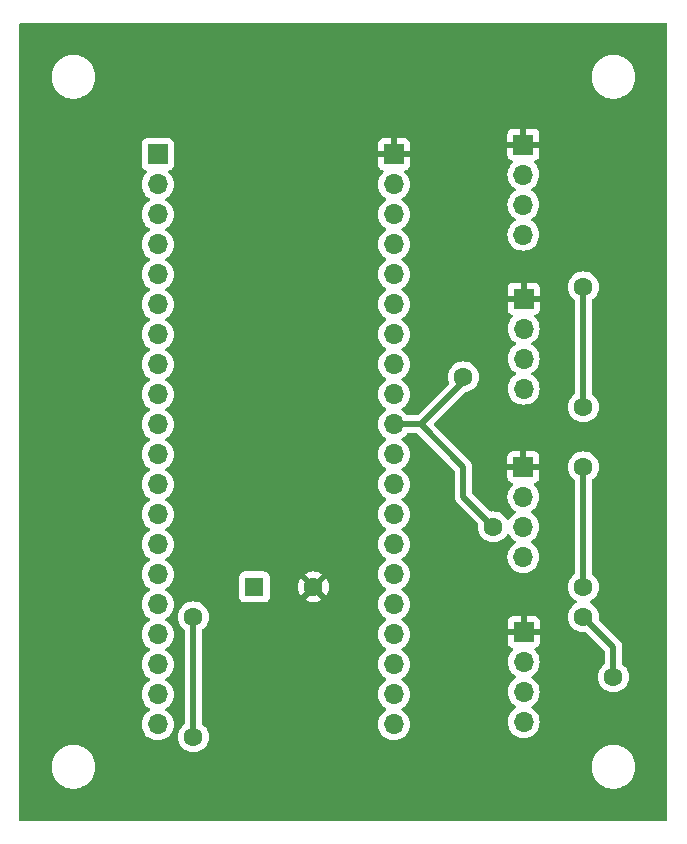
<source format=gbr>
%TF.GenerationSoftware,KiCad,Pcbnew,8.0.5*%
%TF.CreationDate,2024-10-17T17:27:17+02:00*%
%TF.ProjectId,WiiBoard,57696942-6f61-4726-942e-6b696361645f,rev?*%
%TF.SameCoordinates,Original*%
%TF.FileFunction,Copper,L2,Bot*%
%TF.FilePolarity,Positive*%
%FSLAX46Y46*%
G04 Gerber Fmt 4.6, Leading zero omitted, Abs format (unit mm)*
G04 Created by KiCad (PCBNEW 8.0.5) date 2024-10-17 17:27:17*
%MOMM*%
%LPD*%
G01*
G04 APERTURE LIST*
%TA.AperFunction,ComponentPad*%
%ADD10R,1.700000X1.700000*%
%TD*%
%TA.AperFunction,ComponentPad*%
%ADD11O,1.700000X1.700000*%
%TD*%
%TA.AperFunction,ComponentPad*%
%ADD12R,1.600000X1.600000*%
%TD*%
%TA.AperFunction,ComponentPad*%
%ADD13C,1.600000*%
%TD*%
%TA.AperFunction,ViaPad*%
%ADD14C,1.600000*%
%TD*%
%TA.AperFunction,Conductor*%
%ADD15C,0.500000*%
%TD*%
G04 APERTURE END LIST*
D10*
%TO.P,J5,1,Pin_1*%
%TO.N,GND*%
X113500000Y-49740000D03*
D11*
%TO.P,J5,2,Pin_2*%
%TO.N,unconnected-(J5-Pin_2-Pad2)*%
X113500000Y-52280000D03*
%TO.P,J5,3,Pin_3*%
%TO.N,unconnected-(J5-Pin_3-Pad3)*%
X113500000Y-54820000D03*
%TO.P,J5,4,Pin_4*%
%TO.N,unconnected-(J5-Pin_4-Pad4)*%
X113500000Y-57360000D03*
%TO.P,J5,5,Pin_5*%
%TO.N,unconnected-(J5-Pin_5-Pad5)*%
X113500000Y-59900000D03*
%TO.P,J5,6,Pin_6*%
%TO.N,unconnected-(J5-Pin_6-Pad6)*%
X113500000Y-62440000D03*
%TO.P,J5,7,Pin_7*%
%TO.N,unconnected-(J5-Pin_7-Pad7)*%
X113500000Y-64980000D03*
%TO.P,J5,8,Pin_8*%
%TO.N,unconnected-(J5-Pin_8-Pad8)*%
X113500000Y-67520000D03*
%TO.P,J5,9,Pin_9*%
%TO.N,unconnected-(J5-Pin_9-Pad9)*%
X113500000Y-70060000D03*
%TO.P,J5,10,Pin_10*%
%TO.N,Net-(J1-Pin_3)*%
X113500000Y-72600000D03*
%TO.P,J5,11,Pin_11*%
%TO.N,Net-(J3-Pin_2)*%
X113500000Y-75140000D03*
%TO.P,J5,12,Pin_12*%
%TO.N,unconnected-(J5-Pin_12-Pad12)*%
X113500000Y-77680000D03*
%TO.P,J5,13,Pin_13*%
%TO.N,unconnected-(J5-Pin_13-Pad13)*%
X113500000Y-80220000D03*
%TO.P,J5,14,Pin_14*%
%TO.N,unconnected-(J5-Pin_14-Pad14)*%
X113500000Y-82760000D03*
%TO.P,J5,15,Pin_15*%
%TO.N,unconnected-(J5-Pin_15-Pad15)*%
X113500000Y-85300000D03*
%TO.P,J5,16,Pin_16*%
%TO.N,unconnected-(J5-Pin_16-Pad16)*%
X113500000Y-87840000D03*
%TO.P,J5,17,Pin_17*%
%TO.N,unconnected-(J5-Pin_17-Pad17)*%
X113500000Y-90380000D03*
%TO.P,J5,18,Pin_18*%
%TO.N,unconnected-(J5-Pin_18-Pad18)*%
X113500000Y-92920000D03*
%TO.P,J5,19,Pin_19*%
%TO.N,+3.3V*%
X113500000Y-95460000D03*
%TO.P,J5,20,Pin_20*%
%TO.N,unconnected-(J5-Pin_20-Pad20)*%
X113500000Y-98000000D03*
%TD*%
D10*
%TO.P,J3,1,Pin_1*%
%TO.N,GND*%
X124460000Y-76200000D03*
D11*
%TO.P,J3,2,Pin_2*%
%TO.N,Net-(J3-Pin_2)*%
X124460000Y-78740000D03*
%TO.P,J3,3,Pin_3*%
%TO.N,Net-(J1-Pin_3)*%
X124460000Y-81280000D03*
%TO.P,J3,4,Pin_4*%
%TO.N,VDD*%
X124460000Y-83820000D03*
%TD*%
D12*
%TO.P,C1,1*%
%TO.N,+3.3V*%
X101680000Y-86360000D03*
D13*
%TO.P,C1,2*%
%TO.N,GND*%
X106680000Y-86360000D03*
%TD*%
D10*
%TO.P,J2,1,Pin_1*%
%TO.N,GND*%
X124485000Y-61960000D03*
D11*
%TO.P,J2,2,Pin_2*%
%TO.N,Net-(J2-Pin_2)*%
X124485000Y-64500000D03*
%TO.P,J2,3,Pin_3*%
%TO.N,Net-(J1-Pin_3)*%
X124485000Y-67040000D03*
%TO.P,J2,4,Pin_4*%
%TO.N,VDD*%
X124485000Y-69580000D03*
%TD*%
D10*
%TO.P,J4,1,Pin_1*%
%TO.N,GND*%
X124460000Y-48920000D03*
D11*
%TO.P,J4,2,Pin_2*%
%TO.N,Net-(J4-Pin_2)*%
X124460000Y-51460000D03*
%TO.P,J4,3,Pin_3*%
%TO.N,Net-(J1-Pin_3)*%
X124460000Y-54000000D03*
%TO.P,J4,4,Pin_4*%
%TO.N,VDD*%
X124460000Y-56540000D03*
%TD*%
D10*
%TO.P,J1,1,Pin_1*%
%TO.N,GND*%
X124485000Y-90180000D03*
D11*
%TO.P,J1,2,Pin_2*%
%TO.N,Net-(J1-Pin_2)*%
X124485000Y-92720000D03*
%TO.P,J1,3,Pin_3*%
%TO.N,Net-(J1-Pin_3)*%
X124485000Y-95260000D03*
%TO.P,J1,4,Pin_4*%
%TO.N,VDD*%
X124485000Y-97800000D03*
%TD*%
D10*
%TO.P,J6,1,Pin_1*%
%TO.N,unconnected-(J6-Pin_1-Pad1)*%
X93500000Y-49740000D03*
D11*
%TO.P,J6,2,Pin_2*%
%TO.N,unconnected-(J6-Pin_2-Pad2)*%
X93500000Y-52280000D03*
%TO.P,J6,3,Pin_3*%
%TO.N,unconnected-(J6-Pin_3-Pad3)*%
X93500000Y-54820000D03*
%TO.P,J6,4,Pin_4*%
%TO.N,unconnected-(J6-Pin_4-Pad4)*%
X93500000Y-57360000D03*
%TO.P,J6,5,Pin_5*%
%TO.N,unconnected-(J6-Pin_5-Pad5)*%
X93500000Y-59900000D03*
%TO.P,J6,6,Pin_6*%
%TO.N,unconnected-(J6-Pin_6-Pad6)*%
X93500000Y-62440000D03*
%TO.P,J6,7,Pin_7*%
%TO.N,unconnected-(J6-Pin_7-Pad7)*%
X93500000Y-64980000D03*
%TO.P,J6,8,Pin_8*%
%TO.N,Net-(J4-Pin_2)*%
X93500000Y-67520000D03*
%TO.P,J6,9,Pin_9*%
%TO.N,Net-(J2-Pin_2)*%
X93500000Y-70060000D03*
%TO.P,J6,10,Pin_10*%
%TO.N,Net-(J1-Pin_2)*%
X93500000Y-72600000D03*
%TO.P,J6,11,Pin_11*%
%TO.N,unconnected-(J6-Pin_11-Pad11)*%
X93500000Y-75140000D03*
%TO.P,J6,12,Pin_12*%
%TO.N,unconnected-(J6-Pin_12-Pad12)*%
X93500000Y-77680000D03*
%TO.P,J6,13,Pin_13*%
%TO.N,unconnected-(J6-Pin_13-Pad13)*%
X93500000Y-80220000D03*
%TO.P,J6,14,Pin_14*%
%TO.N,unconnected-(J6-Pin_14-Pad14)*%
X93500000Y-82760000D03*
%TO.P,J6,15,Pin_15*%
%TO.N,unconnected-(J6-Pin_15-Pad15)*%
X93500000Y-85300000D03*
%TO.P,J6,16,Pin_16*%
%TO.N,unconnected-(J6-Pin_16-Pad16)*%
X93500000Y-87840000D03*
%TO.P,J6,17,Pin_17*%
%TO.N,unconnected-(J6-Pin_17-Pad17)*%
X93500000Y-90380000D03*
%TO.P,J6,18,Pin_18*%
%TO.N,unconnected-(J6-Pin_18-Pad18)*%
X93500000Y-92920000D03*
%TO.P,J6,19,Pin_19*%
%TO.N,unconnected-(J6-Pin_19-Pad19)*%
X93500000Y-95460000D03*
%TO.P,J6,20,Pin_20*%
%TO.N,unconnected-(J6-Pin_20-Pad20)*%
X93500000Y-98000000D03*
%TD*%
D14*
%TO.N,Net-(J1-Pin_2)*%
X96520000Y-88900000D03*
X96520000Y-99060000D03*
%TO.N,Net-(J1-Pin_3)*%
X119380000Y-68580000D03*
X121920000Y-81280000D03*
%TO.N,VDD*%
X129540000Y-86360000D03*
X129540000Y-60960000D03*
X129540000Y-76200000D03*
X132080000Y-93980000D03*
X129540000Y-71120000D03*
X129540000Y-88900000D03*
%TD*%
D15*
%TO.N,Net-(J1-Pin_2)*%
X96520000Y-99060000D02*
X96520000Y-88900000D01*
%TO.N,Net-(J1-Pin_3)*%
X121920000Y-81280000D02*
X119380000Y-78740000D01*
X119380000Y-76200000D02*
X115780000Y-72600000D01*
X119380000Y-78740000D02*
X119380000Y-76200000D01*
X115780000Y-72600000D02*
X113500000Y-72600000D01*
X115780000Y-72600000D02*
X119380000Y-69000000D01*
X119380000Y-69000000D02*
X119380000Y-68580000D01*
%TO.N,VDD*%
X132080000Y-91440000D02*
X129540000Y-88900000D01*
X129540000Y-86360000D02*
X129540000Y-76200000D01*
X129540000Y-71120000D02*
X129540000Y-60960000D01*
X132080000Y-93980000D02*
X132080000Y-91440000D01*
%TD*%
%TA.AperFunction,Conductor*%
%TO.N,GND*%
G36*
X136602539Y-38620185D02*
G01*
X136648294Y-38672989D01*
X136659500Y-38724500D01*
X136659500Y-106055500D01*
X136639815Y-106122539D01*
X136587011Y-106168294D01*
X136535500Y-106179500D01*
X81904500Y-106179500D01*
X81837461Y-106159815D01*
X81791706Y-106107011D01*
X81780500Y-106055500D01*
X81780500Y-101478711D01*
X84509500Y-101478711D01*
X84509500Y-101721288D01*
X84541161Y-101961785D01*
X84603947Y-102196104D01*
X84696773Y-102420205D01*
X84696776Y-102420212D01*
X84818064Y-102630289D01*
X84818066Y-102630292D01*
X84818067Y-102630293D01*
X84965733Y-102822736D01*
X84965739Y-102822743D01*
X85137256Y-102994260D01*
X85137262Y-102994265D01*
X85329711Y-103141936D01*
X85539788Y-103263224D01*
X85763900Y-103356054D01*
X85998211Y-103418838D01*
X86178586Y-103442584D01*
X86238711Y-103450500D01*
X86238712Y-103450500D01*
X86481289Y-103450500D01*
X86529388Y-103444167D01*
X86721789Y-103418838D01*
X86956100Y-103356054D01*
X87180212Y-103263224D01*
X87390289Y-103141936D01*
X87582738Y-102994265D01*
X87754265Y-102822738D01*
X87901936Y-102630289D01*
X88023224Y-102420212D01*
X88116054Y-102196100D01*
X88178838Y-101961789D01*
X88210500Y-101721288D01*
X88210500Y-101478712D01*
X88210500Y-101478711D01*
X130229500Y-101478711D01*
X130229500Y-101721288D01*
X130261161Y-101961785D01*
X130323947Y-102196104D01*
X130416773Y-102420205D01*
X130416776Y-102420212D01*
X130538064Y-102630289D01*
X130538066Y-102630292D01*
X130538067Y-102630293D01*
X130685733Y-102822736D01*
X130685739Y-102822743D01*
X130857256Y-102994260D01*
X130857262Y-102994265D01*
X131049711Y-103141936D01*
X131259788Y-103263224D01*
X131483900Y-103356054D01*
X131718211Y-103418838D01*
X131898586Y-103442584D01*
X131958711Y-103450500D01*
X131958712Y-103450500D01*
X132201289Y-103450500D01*
X132249388Y-103444167D01*
X132441789Y-103418838D01*
X132676100Y-103356054D01*
X132900212Y-103263224D01*
X133110289Y-103141936D01*
X133302738Y-102994265D01*
X133474265Y-102822738D01*
X133621936Y-102630289D01*
X133743224Y-102420212D01*
X133836054Y-102196100D01*
X133898838Y-101961789D01*
X133930500Y-101721288D01*
X133930500Y-101478712D01*
X133898838Y-101238211D01*
X133836054Y-101003900D01*
X133743224Y-100779788D01*
X133621936Y-100569711D01*
X133474265Y-100377262D01*
X133474260Y-100377256D01*
X133302743Y-100205739D01*
X133302736Y-100205733D01*
X133110293Y-100058067D01*
X133110292Y-100058066D01*
X133110289Y-100058064D01*
X132900212Y-99936776D01*
X132900205Y-99936773D01*
X132676104Y-99843947D01*
X132441785Y-99781161D01*
X132201289Y-99749500D01*
X132201288Y-99749500D01*
X131958712Y-99749500D01*
X131958711Y-99749500D01*
X131718214Y-99781161D01*
X131483895Y-99843947D01*
X131259794Y-99936773D01*
X131259785Y-99936777D01*
X131049706Y-100058067D01*
X130857263Y-100205733D01*
X130857256Y-100205739D01*
X130685739Y-100377256D01*
X130685733Y-100377263D01*
X130538067Y-100569706D01*
X130416777Y-100779785D01*
X130416773Y-100779794D01*
X130323947Y-101003895D01*
X130261161Y-101238214D01*
X130229500Y-101478711D01*
X88210500Y-101478711D01*
X88178838Y-101238211D01*
X88116054Y-101003900D01*
X88023224Y-100779788D01*
X87901936Y-100569711D01*
X87754265Y-100377262D01*
X87754260Y-100377256D01*
X87582743Y-100205739D01*
X87582736Y-100205733D01*
X87390293Y-100058067D01*
X87390292Y-100058066D01*
X87390289Y-100058064D01*
X87180212Y-99936776D01*
X87180205Y-99936773D01*
X86956104Y-99843947D01*
X86721785Y-99781161D01*
X86481289Y-99749500D01*
X86481288Y-99749500D01*
X86238712Y-99749500D01*
X86238711Y-99749500D01*
X85998214Y-99781161D01*
X85763895Y-99843947D01*
X85539794Y-99936773D01*
X85539785Y-99936777D01*
X85329706Y-100058067D01*
X85137263Y-100205733D01*
X85137256Y-100205739D01*
X84965739Y-100377256D01*
X84965733Y-100377263D01*
X84818067Y-100569706D01*
X84696777Y-100779785D01*
X84696773Y-100779794D01*
X84603947Y-101003895D01*
X84541161Y-101238214D01*
X84509500Y-101478711D01*
X81780500Y-101478711D01*
X81780500Y-52279999D01*
X92144341Y-52279999D01*
X92144341Y-52280000D01*
X92164936Y-52515403D01*
X92164938Y-52515413D01*
X92226094Y-52743655D01*
X92226096Y-52743659D01*
X92226097Y-52743663D01*
X92264475Y-52825965D01*
X92325965Y-52957830D01*
X92325967Y-52957834D01*
X92434281Y-53112521D01*
X92445537Y-53128597D01*
X92461501Y-53151395D01*
X92461506Y-53151402D01*
X92628597Y-53318493D01*
X92628603Y-53318498D01*
X92814158Y-53448425D01*
X92857783Y-53503002D01*
X92864977Y-53572500D01*
X92833454Y-53634855D01*
X92814158Y-53651575D01*
X92628597Y-53781505D01*
X92461505Y-53948597D01*
X92325965Y-54142169D01*
X92325964Y-54142171D01*
X92226098Y-54356335D01*
X92226094Y-54356344D01*
X92164938Y-54584586D01*
X92164936Y-54584596D01*
X92144341Y-54819999D01*
X92144341Y-54820000D01*
X92164936Y-55055403D01*
X92164938Y-55055413D01*
X92226094Y-55283655D01*
X92226096Y-55283659D01*
X92226097Y-55283663D01*
X92264475Y-55365965D01*
X92325965Y-55497830D01*
X92325967Y-55497834D01*
X92434281Y-55652521D01*
X92445537Y-55668597D01*
X92461501Y-55691395D01*
X92461506Y-55691402D01*
X92628597Y-55858493D01*
X92628603Y-55858498D01*
X92814158Y-55988425D01*
X92857783Y-56043002D01*
X92864977Y-56112500D01*
X92833454Y-56174855D01*
X92814158Y-56191575D01*
X92628597Y-56321505D01*
X92461505Y-56488597D01*
X92325965Y-56682169D01*
X92325964Y-56682171D01*
X92226098Y-56896335D01*
X92226094Y-56896344D01*
X92164938Y-57124586D01*
X92164936Y-57124596D01*
X92144341Y-57359999D01*
X92144341Y-57360000D01*
X92164936Y-57595403D01*
X92164938Y-57595413D01*
X92226094Y-57823655D01*
X92226096Y-57823659D01*
X92226097Y-57823663D01*
X92325965Y-58037830D01*
X92325967Y-58037834D01*
X92461501Y-58231395D01*
X92461506Y-58231402D01*
X92628597Y-58398493D01*
X92628603Y-58398498D01*
X92814158Y-58528425D01*
X92857783Y-58583002D01*
X92864977Y-58652500D01*
X92833454Y-58714855D01*
X92814158Y-58731575D01*
X92628597Y-58861505D01*
X92461505Y-59028597D01*
X92325965Y-59222169D01*
X92325964Y-59222171D01*
X92226098Y-59436335D01*
X92226094Y-59436344D01*
X92164938Y-59664586D01*
X92164936Y-59664596D01*
X92144341Y-59899999D01*
X92144341Y-59900000D01*
X92164936Y-60135403D01*
X92164938Y-60135413D01*
X92226094Y-60363655D01*
X92226096Y-60363659D01*
X92226097Y-60363663D01*
X92325965Y-60577830D01*
X92325967Y-60577834D01*
X92461501Y-60771395D01*
X92461506Y-60771402D01*
X92628597Y-60938493D01*
X92628603Y-60938498D01*
X92814158Y-61068425D01*
X92857783Y-61123002D01*
X92864977Y-61192500D01*
X92833454Y-61254855D01*
X92814158Y-61271575D01*
X92628597Y-61401505D01*
X92461505Y-61568597D01*
X92325965Y-61762169D01*
X92325964Y-61762171D01*
X92226098Y-61976335D01*
X92226094Y-61976344D01*
X92164938Y-62204586D01*
X92164936Y-62204596D01*
X92144341Y-62439999D01*
X92144341Y-62440000D01*
X92164936Y-62675403D01*
X92164938Y-62675413D01*
X92226094Y-62903655D01*
X92226096Y-62903659D01*
X92226097Y-62903663D01*
X92232490Y-62917372D01*
X92325965Y-63117830D01*
X92325967Y-63117834D01*
X92461501Y-63311395D01*
X92461506Y-63311402D01*
X92628597Y-63478493D01*
X92628603Y-63478498D01*
X92814158Y-63608425D01*
X92857783Y-63663002D01*
X92864977Y-63732500D01*
X92833454Y-63794855D01*
X92814158Y-63811575D01*
X92628597Y-63941505D01*
X92461505Y-64108597D01*
X92325965Y-64302169D01*
X92325964Y-64302171D01*
X92226098Y-64516335D01*
X92226094Y-64516344D01*
X92164938Y-64744586D01*
X92164936Y-64744596D01*
X92144341Y-64979999D01*
X92144341Y-64980000D01*
X92164936Y-65215403D01*
X92164938Y-65215413D01*
X92226094Y-65443655D01*
X92226096Y-65443659D01*
X92226097Y-65443663D01*
X92325965Y-65657830D01*
X92325967Y-65657834D01*
X92461501Y-65851395D01*
X92461506Y-65851402D01*
X92628597Y-66018493D01*
X92628603Y-66018498D01*
X92814158Y-66148425D01*
X92857783Y-66203002D01*
X92864977Y-66272500D01*
X92833454Y-66334855D01*
X92814158Y-66351575D01*
X92628597Y-66481505D01*
X92461505Y-66648597D01*
X92325965Y-66842169D01*
X92325964Y-66842171D01*
X92226098Y-67056335D01*
X92226094Y-67056344D01*
X92164938Y-67284586D01*
X92164936Y-67284596D01*
X92144341Y-67519999D01*
X92144341Y-67520000D01*
X92164936Y-67755403D01*
X92164938Y-67755413D01*
X92226094Y-67983655D01*
X92226096Y-67983659D01*
X92226097Y-67983663D01*
X92325965Y-68197830D01*
X92325967Y-68197834D01*
X92461501Y-68391395D01*
X92461506Y-68391402D01*
X92628597Y-68558493D01*
X92628603Y-68558498D01*
X92814158Y-68688425D01*
X92857783Y-68743002D01*
X92864977Y-68812500D01*
X92833454Y-68874855D01*
X92814158Y-68891575D01*
X92628597Y-69021505D01*
X92461505Y-69188597D01*
X92325965Y-69382169D01*
X92325964Y-69382171D01*
X92226098Y-69596335D01*
X92226094Y-69596344D01*
X92164938Y-69824586D01*
X92164936Y-69824596D01*
X92144341Y-70059999D01*
X92144341Y-70060000D01*
X92164936Y-70295403D01*
X92164938Y-70295413D01*
X92226094Y-70523655D01*
X92226096Y-70523659D01*
X92226097Y-70523663D01*
X92325965Y-70737830D01*
X92325967Y-70737834D01*
X92461501Y-70931395D01*
X92461506Y-70931402D01*
X92628597Y-71098493D01*
X92628603Y-71098498D01*
X92814158Y-71228425D01*
X92857783Y-71283002D01*
X92864977Y-71352500D01*
X92833454Y-71414855D01*
X92814158Y-71431575D01*
X92628597Y-71561505D01*
X92461505Y-71728597D01*
X92325965Y-71922169D01*
X92325964Y-71922171D01*
X92226098Y-72136335D01*
X92226094Y-72136344D01*
X92164938Y-72364586D01*
X92164936Y-72364596D01*
X92144341Y-72599999D01*
X92144341Y-72600000D01*
X92164936Y-72835403D01*
X92164938Y-72835413D01*
X92226094Y-73063655D01*
X92226096Y-73063659D01*
X92226097Y-73063663D01*
X92325965Y-73277830D01*
X92325967Y-73277834D01*
X92461501Y-73471395D01*
X92461506Y-73471402D01*
X92628597Y-73638493D01*
X92628603Y-73638498D01*
X92814158Y-73768425D01*
X92857783Y-73823002D01*
X92864977Y-73892500D01*
X92833454Y-73954855D01*
X92814158Y-73971575D01*
X92628597Y-74101505D01*
X92461505Y-74268597D01*
X92325965Y-74462169D01*
X92325964Y-74462171D01*
X92226098Y-74676335D01*
X92226094Y-74676344D01*
X92164938Y-74904586D01*
X92164936Y-74904596D01*
X92144341Y-75139999D01*
X92144341Y-75140000D01*
X92164936Y-75375403D01*
X92164938Y-75375413D01*
X92226094Y-75603655D01*
X92226096Y-75603659D01*
X92226097Y-75603663D01*
X92307289Y-75777779D01*
X92325965Y-75817830D01*
X92325967Y-75817834D01*
X92461501Y-76011395D01*
X92461506Y-76011402D01*
X92628597Y-76178493D01*
X92628603Y-76178498D01*
X92814158Y-76308425D01*
X92857783Y-76363002D01*
X92864977Y-76432500D01*
X92833454Y-76494855D01*
X92814158Y-76511575D01*
X92628597Y-76641505D01*
X92461505Y-76808597D01*
X92325965Y-77002169D01*
X92325964Y-77002171D01*
X92226098Y-77216335D01*
X92226094Y-77216344D01*
X92164938Y-77444586D01*
X92164936Y-77444596D01*
X92144341Y-77679999D01*
X92144341Y-77680000D01*
X92164936Y-77915403D01*
X92164938Y-77915413D01*
X92226094Y-78143655D01*
X92226096Y-78143659D01*
X92226097Y-78143663D01*
X92325965Y-78357830D01*
X92325967Y-78357834D01*
X92461501Y-78551395D01*
X92461506Y-78551402D01*
X92628597Y-78718493D01*
X92628603Y-78718498D01*
X92814158Y-78848425D01*
X92857783Y-78903002D01*
X92864977Y-78972500D01*
X92833454Y-79034855D01*
X92814158Y-79051575D01*
X92628597Y-79181505D01*
X92461505Y-79348597D01*
X92325965Y-79542169D01*
X92325964Y-79542171D01*
X92226098Y-79756335D01*
X92226094Y-79756344D01*
X92164938Y-79984586D01*
X92164936Y-79984596D01*
X92144341Y-80219999D01*
X92144341Y-80220000D01*
X92164936Y-80455403D01*
X92164938Y-80455413D01*
X92226094Y-80683655D01*
X92226096Y-80683659D01*
X92226097Y-80683663D01*
X92295969Y-80833504D01*
X92325965Y-80897830D01*
X92325967Y-80897834D01*
X92461501Y-81091395D01*
X92461506Y-81091402D01*
X92628597Y-81258493D01*
X92628603Y-81258498D01*
X92814158Y-81388425D01*
X92857783Y-81443002D01*
X92864977Y-81512500D01*
X92833454Y-81574855D01*
X92814158Y-81591575D01*
X92628597Y-81721505D01*
X92461505Y-81888597D01*
X92325965Y-82082169D01*
X92325964Y-82082171D01*
X92226098Y-82296335D01*
X92226094Y-82296344D01*
X92164938Y-82524586D01*
X92164936Y-82524596D01*
X92144341Y-82759999D01*
X92144341Y-82760000D01*
X92164936Y-82995403D01*
X92164938Y-82995413D01*
X92226094Y-83223655D01*
X92226096Y-83223659D01*
X92226097Y-83223663D01*
X92325965Y-83437830D01*
X92325967Y-83437834D01*
X92461501Y-83631395D01*
X92461506Y-83631402D01*
X92628597Y-83798493D01*
X92628603Y-83798498D01*
X92814158Y-83928425D01*
X92857783Y-83983002D01*
X92864977Y-84052500D01*
X92833454Y-84114855D01*
X92814158Y-84131575D01*
X92628597Y-84261505D01*
X92461505Y-84428597D01*
X92325965Y-84622169D01*
X92325964Y-84622171D01*
X92226098Y-84836335D01*
X92226094Y-84836344D01*
X92164938Y-85064586D01*
X92164936Y-85064596D01*
X92144341Y-85299999D01*
X92144341Y-85300000D01*
X92164936Y-85535403D01*
X92164938Y-85535413D01*
X92226094Y-85763655D01*
X92226096Y-85763659D01*
X92226097Y-85763663D01*
X92296046Y-85913668D01*
X92325965Y-85977830D01*
X92325967Y-85977834D01*
X92461501Y-86171395D01*
X92461506Y-86171402D01*
X92628597Y-86338493D01*
X92628603Y-86338498D01*
X92814158Y-86468425D01*
X92857783Y-86523002D01*
X92864977Y-86592500D01*
X92833454Y-86654855D01*
X92814158Y-86671575D01*
X92628597Y-86801505D01*
X92461505Y-86968597D01*
X92325965Y-87162169D01*
X92325964Y-87162171D01*
X92226098Y-87376335D01*
X92226094Y-87376344D01*
X92164938Y-87604586D01*
X92164936Y-87604596D01*
X92144341Y-87839999D01*
X92144341Y-87840000D01*
X92164936Y-88075403D01*
X92164938Y-88075413D01*
X92226094Y-88303655D01*
X92226096Y-88303659D01*
X92226097Y-88303663D01*
X92325965Y-88517830D01*
X92325967Y-88517834D01*
X92461501Y-88711395D01*
X92461506Y-88711402D01*
X92628597Y-88878493D01*
X92628603Y-88878498D01*
X92814158Y-89008425D01*
X92857783Y-89063002D01*
X92864977Y-89132500D01*
X92833454Y-89194855D01*
X92814158Y-89211575D01*
X92628597Y-89341505D01*
X92461505Y-89508597D01*
X92325965Y-89702169D01*
X92325964Y-89702171D01*
X92226098Y-89916335D01*
X92226094Y-89916344D01*
X92164938Y-90144586D01*
X92164936Y-90144596D01*
X92144341Y-90379999D01*
X92144341Y-90380000D01*
X92164936Y-90615403D01*
X92164938Y-90615413D01*
X92226094Y-90843655D01*
X92226096Y-90843659D01*
X92226097Y-90843663D01*
X92281085Y-90961584D01*
X92325965Y-91057830D01*
X92325967Y-91057834D01*
X92461501Y-91251395D01*
X92461506Y-91251402D01*
X92628597Y-91418493D01*
X92628603Y-91418498D01*
X92814158Y-91548425D01*
X92857783Y-91603002D01*
X92864977Y-91672500D01*
X92833454Y-91734855D01*
X92814158Y-91751575D01*
X92628597Y-91881505D01*
X92461505Y-92048597D01*
X92325965Y-92242169D01*
X92325964Y-92242171D01*
X92226098Y-92456335D01*
X92226094Y-92456344D01*
X92164938Y-92684586D01*
X92164936Y-92684596D01*
X92144341Y-92919999D01*
X92144341Y-92920000D01*
X92164936Y-93155403D01*
X92164938Y-93155413D01*
X92226094Y-93383655D01*
X92226096Y-93383659D01*
X92226097Y-93383663D01*
X92322964Y-93591395D01*
X92325965Y-93597830D01*
X92325967Y-93597834D01*
X92461501Y-93791395D01*
X92461506Y-93791402D01*
X92628597Y-93958493D01*
X92628603Y-93958498D01*
X92814158Y-94088425D01*
X92857783Y-94143002D01*
X92864977Y-94212500D01*
X92833454Y-94274855D01*
X92814158Y-94291575D01*
X92628597Y-94421505D01*
X92461505Y-94588597D01*
X92325965Y-94782169D01*
X92325964Y-94782171D01*
X92226098Y-94996335D01*
X92226094Y-94996344D01*
X92164938Y-95224586D01*
X92164936Y-95224596D01*
X92144341Y-95459999D01*
X92144341Y-95460000D01*
X92164936Y-95695403D01*
X92164938Y-95695413D01*
X92226094Y-95923655D01*
X92226096Y-95923659D01*
X92226097Y-95923663D01*
X92322964Y-96131395D01*
X92325965Y-96137830D01*
X92325967Y-96137834D01*
X92461501Y-96331395D01*
X92461506Y-96331402D01*
X92628597Y-96498493D01*
X92628603Y-96498498D01*
X92814158Y-96628425D01*
X92857783Y-96683002D01*
X92864977Y-96752500D01*
X92833454Y-96814855D01*
X92814158Y-96831575D01*
X92628597Y-96961505D01*
X92461505Y-97128597D01*
X92325965Y-97322169D01*
X92325964Y-97322171D01*
X92226098Y-97536335D01*
X92226094Y-97536344D01*
X92164938Y-97764586D01*
X92164936Y-97764596D01*
X92144341Y-97999999D01*
X92144341Y-98000000D01*
X92164936Y-98235403D01*
X92164938Y-98235413D01*
X92226094Y-98463655D01*
X92226096Y-98463659D01*
X92226097Y-98463663D01*
X92322964Y-98671395D01*
X92325965Y-98677830D01*
X92325967Y-98677834D01*
X92434281Y-98832521D01*
X92461505Y-98871401D01*
X92628599Y-99038495D01*
X92659313Y-99060001D01*
X92822165Y-99174032D01*
X92822167Y-99174033D01*
X92822170Y-99174035D01*
X93036337Y-99273903D01*
X93264592Y-99335063D01*
X93452918Y-99351539D01*
X93499999Y-99355659D01*
X93500000Y-99355659D01*
X93500001Y-99355659D01*
X93539234Y-99352226D01*
X93735408Y-99335063D01*
X93963663Y-99273903D01*
X94177830Y-99174035D01*
X94371401Y-99038495D01*
X94538495Y-98871401D01*
X94674035Y-98677830D01*
X94773903Y-98463663D01*
X94835063Y-98235408D01*
X94855659Y-98000000D01*
X94835063Y-97764592D01*
X94773903Y-97536337D01*
X94674035Y-97322171D01*
X94538495Y-97128599D01*
X94538494Y-97128597D01*
X94371402Y-96961506D01*
X94371396Y-96961501D01*
X94185842Y-96831575D01*
X94142217Y-96776998D01*
X94135023Y-96707500D01*
X94166546Y-96645145D01*
X94185842Y-96628425D01*
X94326407Y-96530000D01*
X94371401Y-96498495D01*
X94538495Y-96331401D01*
X94674035Y-96137830D01*
X94773903Y-95923663D01*
X94835063Y-95695408D01*
X94855659Y-95460000D01*
X94835063Y-95224592D01*
X94773903Y-94996337D01*
X94674035Y-94782171D01*
X94569398Y-94632732D01*
X94538494Y-94588597D01*
X94371402Y-94421506D01*
X94371396Y-94421501D01*
X94185842Y-94291575D01*
X94142217Y-94236998D01*
X94135023Y-94167500D01*
X94166546Y-94105145D01*
X94185842Y-94088425D01*
X94340687Y-93980001D01*
X94371401Y-93958495D01*
X94538495Y-93791401D01*
X94674035Y-93597830D01*
X94773903Y-93383663D01*
X94835063Y-93155408D01*
X94855659Y-92920000D01*
X94835063Y-92684592D01*
X94773903Y-92456337D01*
X94674035Y-92242171D01*
X94538495Y-92048599D01*
X94538494Y-92048597D01*
X94371402Y-91881506D01*
X94371396Y-91881501D01*
X94185842Y-91751575D01*
X94142217Y-91696998D01*
X94135023Y-91627500D01*
X94166546Y-91565145D01*
X94185842Y-91548425D01*
X94331981Y-91446097D01*
X94371401Y-91418495D01*
X94538495Y-91251401D01*
X94674035Y-91057830D01*
X94773903Y-90843663D01*
X94835063Y-90615408D01*
X94855659Y-90380000D01*
X94835063Y-90144592D01*
X94773903Y-89916337D01*
X94674035Y-89702171D01*
X94569398Y-89552732D01*
X94538494Y-89508597D01*
X94371402Y-89341506D01*
X94371396Y-89341501D01*
X94185842Y-89211575D01*
X94142217Y-89156998D01*
X94135023Y-89087500D01*
X94166546Y-89025145D01*
X94185842Y-89008425D01*
X94340687Y-88900001D01*
X94340691Y-88899998D01*
X95214532Y-88899998D01*
X95214532Y-88900001D01*
X95234364Y-89126686D01*
X95234366Y-89126697D01*
X95293258Y-89346488D01*
X95293261Y-89346497D01*
X95389431Y-89552732D01*
X95389432Y-89552734D01*
X95519954Y-89739141D01*
X95680859Y-89900046D01*
X95716621Y-89925086D01*
X95760247Y-89979662D01*
X95769500Y-90026662D01*
X95769500Y-97933336D01*
X95749815Y-98000375D01*
X95716625Y-98034910D01*
X95680863Y-98059951D01*
X95519951Y-98220862D01*
X95389432Y-98407265D01*
X95389431Y-98407267D01*
X95293261Y-98613502D01*
X95293258Y-98613511D01*
X95234366Y-98833302D01*
X95234364Y-98833313D01*
X95214532Y-99059998D01*
X95214532Y-99060001D01*
X95234364Y-99286686D01*
X95234366Y-99286697D01*
X95293258Y-99506488D01*
X95293261Y-99506497D01*
X95389431Y-99712732D01*
X95389432Y-99712734D01*
X95519954Y-99899141D01*
X95680858Y-100060045D01*
X95680861Y-100060047D01*
X95867266Y-100190568D01*
X96073504Y-100286739D01*
X96293308Y-100345635D01*
X96455230Y-100359801D01*
X96519998Y-100365468D01*
X96520000Y-100365468D01*
X96520002Y-100365468D01*
X96576673Y-100360509D01*
X96746692Y-100345635D01*
X96966496Y-100286739D01*
X97172734Y-100190568D01*
X97359139Y-100060047D01*
X97520047Y-99899139D01*
X97650568Y-99712734D01*
X97746739Y-99506496D01*
X97805635Y-99286692D01*
X97822634Y-99092384D01*
X97825468Y-99060001D01*
X97825468Y-99059998D01*
X97817947Y-98974032D01*
X97805635Y-98833308D01*
X97746739Y-98613504D01*
X97650568Y-98407266D01*
X97550017Y-98263663D01*
X97520048Y-98220862D01*
X97520047Y-98220861D01*
X97359139Y-98059953D01*
X97354373Y-98056615D01*
X97323375Y-98034910D01*
X97279751Y-97980332D01*
X97270500Y-97933336D01*
X97270500Y-90026662D01*
X97290185Y-89959623D01*
X97323379Y-89925086D01*
X97359140Y-89900046D01*
X97520045Y-89739141D01*
X97520047Y-89739139D01*
X97650568Y-89552734D01*
X97746739Y-89346496D01*
X97805635Y-89126692D01*
X97825468Y-88900000D01*
X97805635Y-88673308D01*
X97746739Y-88453504D01*
X97650568Y-88247266D01*
X97520047Y-88060861D01*
X97520045Y-88060858D01*
X97359141Y-87899954D01*
X97172734Y-87769432D01*
X97172732Y-87769431D01*
X96966497Y-87673261D01*
X96966488Y-87673258D01*
X96746697Y-87614366D01*
X96746693Y-87614365D01*
X96746692Y-87614365D01*
X96746691Y-87614364D01*
X96746686Y-87614364D01*
X96520002Y-87594532D01*
X96519998Y-87594532D01*
X96293313Y-87614364D01*
X96293302Y-87614366D01*
X96073511Y-87673258D01*
X96073502Y-87673261D01*
X95867267Y-87769431D01*
X95867265Y-87769432D01*
X95680858Y-87899954D01*
X95519954Y-88060858D01*
X95389432Y-88247265D01*
X95389431Y-88247267D01*
X95293261Y-88453502D01*
X95293258Y-88453511D01*
X95234366Y-88673302D01*
X95234364Y-88673313D01*
X95214532Y-88899998D01*
X94340691Y-88899998D01*
X94371401Y-88878495D01*
X94538495Y-88711401D01*
X94674035Y-88517830D01*
X94773903Y-88303663D01*
X94835063Y-88075408D01*
X94855659Y-87840000D01*
X94835063Y-87604592D01*
X94773903Y-87376337D01*
X94674035Y-87162171D01*
X94620330Y-87085471D01*
X94538494Y-86968597D01*
X94371402Y-86801506D01*
X94371396Y-86801501D01*
X94185842Y-86671575D01*
X94142217Y-86616998D01*
X94135023Y-86547500D01*
X94166546Y-86485145D01*
X94185842Y-86468425D01*
X94265481Y-86412661D01*
X94371401Y-86338495D01*
X94538495Y-86171401D01*
X94674035Y-85977830D01*
X94773903Y-85763663D01*
X94835063Y-85535408D01*
X94837099Y-85512135D01*
X100379500Y-85512135D01*
X100379500Y-87207870D01*
X100379501Y-87207876D01*
X100385908Y-87267483D01*
X100436202Y-87402328D01*
X100436206Y-87402335D01*
X100522452Y-87517544D01*
X100522455Y-87517547D01*
X100637664Y-87603793D01*
X100637671Y-87603797D01*
X100772517Y-87654091D01*
X100772516Y-87654091D01*
X100779444Y-87654835D01*
X100832127Y-87660500D01*
X102527872Y-87660499D01*
X102587483Y-87654091D01*
X102722331Y-87603796D01*
X102837546Y-87517546D01*
X102923796Y-87402331D01*
X102974091Y-87267483D01*
X102980500Y-87207873D01*
X102980499Y-86359997D01*
X105375034Y-86359997D01*
X105375034Y-86360002D01*
X105394858Y-86586599D01*
X105394860Y-86586610D01*
X105453730Y-86806317D01*
X105453735Y-86806331D01*
X105549863Y-87012478D01*
X105600974Y-87085472D01*
X106280000Y-86406446D01*
X106280000Y-86412661D01*
X106307259Y-86514394D01*
X106359920Y-86605606D01*
X106434394Y-86680080D01*
X106525606Y-86732741D01*
X106627339Y-86760000D01*
X106633553Y-86760000D01*
X105954526Y-87439025D01*
X106027513Y-87490132D01*
X106027521Y-87490136D01*
X106233668Y-87586264D01*
X106233682Y-87586269D01*
X106453389Y-87645139D01*
X106453400Y-87645141D01*
X106679998Y-87664966D01*
X106680002Y-87664966D01*
X106906599Y-87645141D01*
X106906610Y-87645139D01*
X107126317Y-87586269D01*
X107126331Y-87586264D01*
X107332478Y-87490136D01*
X107405471Y-87439024D01*
X106726447Y-86760000D01*
X106732661Y-86760000D01*
X106834394Y-86732741D01*
X106925606Y-86680080D01*
X107000080Y-86605606D01*
X107052741Y-86514394D01*
X107080000Y-86412661D01*
X107080000Y-86406447D01*
X107759024Y-87085471D01*
X107810136Y-87012478D01*
X107906264Y-86806331D01*
X107906269Y-86806317D01*
X107965139Y-86586610D01*
X107965141Y-86586599D01*
X107984966Y-86360002D01*
X107984966Y-86359997D01*
X107965141Y-86133400D01*
X107965139Y-86133389D01*
X107906269Y-85913682D01*
X107906264Y-85913668D01*
X107810136Y-85707521D01*
X107810132Y-85707513D01*
X107759025Y-85634526D01*
X107080000Y-86313551D01*
X107080000Y-86307339D01*
X107052741Y-86205606D01*
X107000080Y-86114394D01*
X106925606Y-86039920D01*
X106834394Y-85987259D01*
X106732661Y-85960000D01*
X106726448Y-85960000D01*
X107405472Y-85280974D01*
X107332478Y-85229863D01*
X107126331Y-85133735D01*
X107126317Y-85133730D01*
X106906610Y-85074860D01*
X106906599Y-85074858D01*
X106680002Y-85055034D01*
X106679998Y-85055034D01*
X106453400Y-85074858D01*
X106453389Y-85074860D01*
X106233682Y-85133730D01*
X106233673Y-85133734D01*
X106027516Y-85229866D01*
X106027512Y-85229868D01*
X105954526Y-85280973D01*
X105954526Y-85280974D01*
X106633553Y-85960000D01*
X106627339Y-85960000D01*
X106525606Y-85987259D01*
X106434394Y-86039920D01*
X106359920Y-86114394D01*
X106307259Y-86205606D01*
X106280000Y-86307339D01*
X106280000Y-86313552D01*
X105600974Y-85634526D01*
X105600973Y-85634526D01*
X105549868Y-85707512D01*
X105549866Y-85707516D01*
X105453734Y-85913673D01*
X105453730Y-85913682D01*
X105394860Y-86133389D01*
X105394858Y-86133400D01*
X105375034Y-86359997D01*
X102980499Y-86359997D01*
X102980499Y-85512128D01*
X102974091Y-85452517D01*
X102930226Y-85334910D01*
X102923797Y-85317671D01*
X102923793Y-85317664D01*
X102837547Y-85202455D01*
X102837544Y-85202452D01*
X102722335Y-85116206D01*
X102722328Y-85116202D01*
X102587482Y-85065908D01*
X102587483Y-85065908D01*
X102527883Y-85059501D01*
X102527881Y-85059500D01*
X102527873Y-85059500D01*
X102527864Y-85059500D01*
X100832129Y-85059500D01*
X100832123Y-85059501D01*
X100772516Y-85065908D01*
X100637671Y-85116202D01*
X100637664Y-85116206D01*
X100522455Y-85202452D01*
X100522452Y-85202455D01*
X100436206Y-85317664D01*
X100436202Y-85317671D01*
X100385908Y-85452517D01*
X100379501Y-85512116D01*
X100379501Y-85512123D01*
X100379500Y-85512135D01*
X94837099Y-85512135D01*
X94855659Y-85300000D01*
X94835063Y-85064592D01*
X94773903Y-84836337D01*
X94674035Y-84622171D01*
X94538495Y-84428599D01*
X94538494Y-84428597D01*
X94371402Y-84261506D01*
X94371396Y-84261501D01*
X94185842Y-84131575D01*
X94142217Y-84076998D01*
X94135023Y-84007500D01*
X94166546Y-83945145D01*
X94185842Y-83928425D01*
X94208026Y-83912891D01*
X94371401Y-83798495D01*
X94538495Y-83631401D01*
X94674035Y-83437830D01*
X94773903Y-83223663D01*
X94835063Y-82995408D01*
X94855659Y-82760000D01*
X94835063Y-82524592D01*
X94773903Y-82296337D01*
X94674035Y-82082171D01*
X94586971Y-81957829D01*
X94538494Y-81888597D01*
X94371402Y-81721506D01*
X94371396Y-81721501D01*
X94185842Y-81591575D01*
X94142217Y-81536998D01*
X94135023Y-81467500D01*
X94166546Y-81405145D01*
X94185842Y-81388425D01*
X94340687Y-81280001D01*
X94371401Y-81258495D01*
X94538495Y-81091401D01*
X94674035Y-80897830D01*
X94773903Y-80683663D01*
X94835063Y-80455408D01*
X94855659Y-80220000D01*
X94835063Y-79984592D01*
X94773903Y-79756337D01*
X94674035Y-79542171D01*
X94538495Y-79348599D01*
X94538494Y-79348597D01*
X94371402Y-79181506D01*
X94371396Y-79181501D01*
X94185842Y-79051575D01*
X94142217Y-78996998D01*
X94135023Y-78927500D01*
X94166546Y-78865145D01*
X94185842Y-78848425D01*
X94235123Y-78813918D01*
X94371401Y-78718495D01*
X94538495Y-78551401D01*
X94674035Y-78357830D01*
X94773903Y-78143663D01*
X94835063Y-77915408D01*
X94855659Y-77680000D01*
X94835063Y-77444592D01*
X94773903Y-77216337D01*
X94674035Y-77002171D01*
X94569398Y-76852732D01*
X94538494Y-76808597D01*
X94371402Y-76641506D01*
X94371396Y-76641501D01*
X94185842Y-76511575D01*
X94142217Y-76456998D01*
X94135023Y-76387500D01*
X94166546Y-76325145D01*
X94185842Y-76308425D01*
X94208026Y-76292891D01*
X94371401Y-76178495D01*
X94538495Y-76011401D01*
X94674035Y-75817830D01*
X94773903Y-75603663D01*
X94835063Y-75375408D01*
X94855659Y-75140000D01*
X94835063Y-74904592D01*
X94773903Y-74676337D01*
X94674035Y-74462171D01*
X94538495Y-74268599D01*
X94538494Y-74268597D01*
X94371402Y-74101506D01*
X94371396Y-74101501D01*
X94185842Y-73971575D01*
X94142217Y-73916998D01*
X94135023Y-73847500D01*
X94166546Y-73785145D01*
X94185842Y-73768425D01*
X94208026Y-73752891D01*
X94371401Y-73638495D01*
X94538495Y-73471401D01*
X94674035Y-73277830D01*
X94773903Y-73063663D01*
X94835063Y-72835408D01*
X94855659Y-72600000D01*
X94835063Y-72364592D01*
X94773903Y-72136337D01*
X94674035Y-71922171D01*
X94623151Y-71849500D01*
X94538494Y-71728597D01*
X94371402Y-71561506D01*
X94371396Y-71561501D01*
X94185842Y-71431575D01*
X94142217Y-71376998D01*
X94135023Y-71307500D01*
X94166546Y-71245145D01*
X94185842Y-71228425D01*
X94340687Y-71120001D01*
X94371401Y-71098495D01*
X94538495Y-70931401D01*
X94674035Y-70737830D01*
X94773903Y-70523663D01*
X94835063Y-70295408D01*
X94855659Y-70060000D01*
X94835063Y-69824592D01*
X94773903Y-69596337D01*
X94674035Y-69382171D01*
X94569398Y-69232732D01*
X94538494Y-69188597D01*
X94371402Y-69021506D01*
X94371396Y-69021501D01*
X94185842Y-68891575D01*
X94142217Y-68836998D01*
X94135023Y-68767500D01*
X94166546Y-68705145D01*
X94185842Y-68688425D01*
X94340687Y-68580001D01*
X94371401Y-68558495D01*
X94538495Y-68391401D01*
X94674035Y-68197830D01*
X94773903Y-67983663D01*
X94835063Y-67755408D01*
X94855659Y-67520000D01*
X94835063Y-67284592D01*
X94773903Y-67056337D01*
X94674035Y-66842171D01*
X94538495Y-66648599D01*
X94538494Y-66648597D01*
X94371402Y-66481506D01*
X94371396Y-66481501D01*
X94185842Y-66351575D01*
X94142217Y-66296998D01*
X94135023Y-66227500D01*
X94166546Y-66165145D01*
X94185842Y-66148425D01*
X94208026Y-66132891D01*
X94371401Y-66018495D01*
X94538495Y-65851401D01*
X94674035Y-65657830D01*
X94773903Y-65443663D01*
X94835063Y-65215408D01*
X94855659Y-64980000D01*
X94835063Y-64744592D01*
X94773903Y-64516337D01*
X94674035Y-64302171D01*
X94538495Y-64108599D01*
X94538494Y-64108597D01*
X94371402Y-63941506D01*
X94371396Y-63941501D01*
X94185842Y-63811575D01*
X94142217Y-63756998D01*
X94135023Y-63687500D01*
X94166546Y-63625145D01*
X94185842Y-63608425D01*
X94331714Y-63506284D01*
X94371401Y-63478495D01*
X94538495Y-63311401D01*
X94674035Y-63117830D01*
X94773903Y-62903663D01*
X94835063Y-62675408D01*
X94855659Y-62440000D01*
X94835063Y-62204592D01*
X94773903Y-61976337D01*
X94674035Y-61762171D01*
X94569398Y-61612732D01*
X94538494Y-61568597D01*
X94371402Y-61401506D01*
X94371396Y-61401501D01*
X94185842Y-61271575D01*
X94142217Y-61216998D01*
X94135023Y-61147500D01*
X94166546Y-61085145D01*
X94185842Y-61068425D01*
X94340687Y-60960001D01*
X94371401Y-60938495D01*
X94538495Y-60771401D01*
X94674035Y-60577830D01*
X94773903Y-60363663D01*
X94835063Y-60135408D01*
X94855659Y-59900000D01*
X94835063Y-59664592D01*
X94773903Y-59436337D01*
X94674035Y-59222171D01*
X94538495Y-59028599D01*
X94538494Y-59028597D01*
X94371402Y-58861506D01*
X94371396Y-58861501D01*
X94185842Y-58731575D01*
X94142217Y-58676998D01*
X94135023Y-58607500D01*
X94166546Y-58545145D01*
X94185842Y-58528425D01*
X94208026Y-58512891D01*
X94371401Y-58398495D01*
X94538495Y-58231401D01*
X94674035Y-58037830D01*
X94773903Y-57823663D01*
X94835063Y-57595408D01*
X94855659Y-57360000D01*
X94835063Y-57124592D01*
X94773903Y-56896337D01*
X94674035Y-56682171D01*
X94574487Y-56540000D01*
X94538494Y-56488597D01*
X94371402Y-56321506D01*
X94371396Y-56321501D01*
X94185842Y-56191575D01*
X94142217Y-56136998D01*
X94135023Y-56067500D01*
X94166546Y-56005145D01*
X94185842Y-55988425D01*
X94208026Y-55972891D01*
X94371401Y-55858495D01*
X94538495Y-55691401D01*
X94674035Y-55497830D01*
X94773903Y-55283663D01*
X94835063Y-55055408D01*
X94855659Y-54820000D01*
X94835063Y-54584592D01*
X94773903Y-54356337D01*
X94674035Y-54142171D01*
X94574487Y-54000000D01*
X94538494Y-53948597D01*
X94371402Y-53781506D01*
X94371396Y-53781501D01*
X94185842Y-53651575D01*
X94142217Y-53596998D01*
X94135023Y-53527500D01*
X94166546Y-53465145D01*
X94185842Y-53448425D01*
X94208026Y-53432891D01*
X94371401Y-53318495D01*
X94538495Y-53151401D01*
X94674035Y-52957830D01*
X94773903Y-52743663D01*
X94835063Y-52515408D01*
X94855659Y-52280000D01*
X94855659Y-52279999D01*
X112144341Y-52279999D01*
X112144341Y-52280000D01*
X112164936Y-52515403D01*
X112164938Y-52515413D01*
X112226094Y-52743655D01*
X112226096Y-52743659D01*
X112226097Y-52743663D01*
X112264475Y-52825965D01*
X112325965Y-52957830D01*
X112325967Y-52957834D01*
X112434281Y-53112521D01*
X112445537Y-53128597D01*
X112461501Y-53151395D01*
X112461506Y-53151402D01*
X112628597Y-53318493D01*
X112628603Y-53318498D01*
X112814158Y-53448425D01*
X112857783Y-53503002D01*
X112864977Y-53572500D01*
X112833454Y-53634855D01*
X112814158Y-53651575D01*
X112628597Y-53781505D01*
X112461505Y-53948597D01*
X112325965Y-54142169D01*
X112325964Y-54142171D01*
X112226098Y-54356335D01*
X112226094Y-54356344D01*
X112164938Y-54584586D01*
X112164936Y-54584596D01*
X112144341Y-54819999D01*
X112144341Y-54820000D01*
X112164936Y-55055403D01*
X112164938Y-55055413D01*
X112226094Y-55283655D01*
X112226096Y-55283659D01*
X112226097Y-55283663D01*
X112264475Y-55365965D01*
X112325965Y-55497830D01*
X112325967Y-55497834D01*
X112434281Y-55652521D01*
X112445537Y-55668597D01*
X112461501Y-55691395D01*
X112461506Y-55691402D01*
X112628597Y-55858493D01*
X112628603Y-55858498D01*
X112814158Y-55988425D01*
X112857783Y-56043002D01*
X112864977Y-56112500D01*
X112833454Y-56174855D01*
X112814158Y-56191575D01*
X112628597Y-56321505D01*
X112461505Y-56488597D01*
X112325965Y-56682169D01*
X112325964Y-56682171D01*
X112226098Y-56896335D01*
X112226094Y-56896344D01*
X112164938Y-57124586D01*
X112164936Y-57124596D01*
X112144341Y-57359999D01*
X112144341Y-57360000D01*
X112164936Y-57595403D01*
X112164938Y-57595413D01*
X112226094Y-57823655D01*
X112226096Y-57823659D01*
X112226097Y-57823663D01*
X112325965Y-58037830D01*
X112325967Y-58037834D01*
X112461501Y-58231395D01*
X112461506Y-58231402D01*
X112628597Y-58398493D01*
X112628603Y-58398498D01*
X112814158Y-58528425D01*
X112857783Y-58583002D01*
X112864977Y-58652500D01*
X112833454Y-58714855D01*
X112814158Y-58731575D01*
X112628597Y-58861505D01*
X112461505Y-59028597D01*
X112325965Y-59222169D01*
X112325964Y-59222171D01*
X112226098Y-59436335D01*
X112226094Y-59436344D01*
X112164938Y-59664586D01*
X112164936Y-59664596D01*
X112144341Y-59899999D01*
X112144341Y-59900000D01*
X112164936Y-60135403D01*
X112164938Y-60135413D01*
X112226094Y-60363655D01*
X112226096Y-60363659D01*
X112226097Y-60363663D01*
X112325965Y-60577830D01*
X112325967Y-60577834D01*
X112461501Y-60771395D01*
X112461506Y-60771402D01*
X112628597Y-60938493D01*
X112628603Y-60938498D01*
X112814158Y-61068425D01*
X112857783Y-61123002D01*
X112864977Y-61192500D01*
X112833454Y-61254855D01*
X112814158Y-61271575D01*
X112628597Y-61401505D01*
X112461505Y-61568597D01*
X112325965Y-61762169D01*
X112325964Y-61762171D01*
X112226098Y-61976335D01*
X112226094Y-61976344D01*
X112164938Y-62204586D01*
X112164936Y-62204596D01*
X112144341Y-62439999D01*
X112144341Y-62440000D01*
X112164936Y-62675403D01*
X112164938Y-62675413D01*
X112226094Y-62903655D01*
X112226096Y-62903659D01*
X112226097Y-62903663D01*
X112232490Y-62917372D01*
X112325965Y-63117830D01*
X112325967Y-63117834D01*
X112461501Y-63311395D01*
X112461506Y-63311402D01*
X112628597Y-63478493D01*
X112628603Y-63478498D01*
X112814158Y-63608425D01*
X112857783Y-63663002D01*
X112864977Y-63732500D01*
X112833454Y-63794855D01*
X112814158Y-63811575D01*
X112628597Y-63941505D01*
X112461505Y-64108597D01*
X112325965Y-64302169D01*
X112325964Y-64302171D01*
X112226098Y-64516335D01*
X112226094Y-64516344D01*
X112164938Y-64744586D01*
X112164936Y-64744596D01*
X112144341Y-64979999D01*
X112144341Y-64980000D01*
X112164936Y-65215403D01*
X112164938Y-65215413D01*
X112226094Y-65443655D01*
X112226096Y-65443659D01*
X112226097Y-65443663D01*
X112325965Y-65657830D01*
X112325967Y-65657834D01*
X112461501Y-65851395D01*
X112461506Y-65851402D01*
X112628597Y-66018493D01*
X112628603Y-66018498D01*
X112814158Y-66148425D01*
X112857783Y-66203002D01*
X112864977Y-66272500D01*
X112833454Y-66334855D01*
X112814158Y-66351575D01*
X112628597Y-66481505D01*
X112461505Y-66648597D01*
X112325965Y-66842169D01*
X112325964Y-66842171D01*
X112226098Y-67056335D01*
X112226094Y-67056344D01*
X112164938Y-67284586D01*
X112164936Y-67284596D01*
X112144341Y-67519999D01*
X112144341Y-67520000D01*
X112164936Y-67755403D01*
X112164938Y-67755413D01*
X112226094Y-67983655D01*
X112226096Y-67983659D01*
X112226097Y-67983663D01*
X112325965Y-68197830D01*
X112325967Y-68197834D01*
X112461501Y-68391395D01*
X112461506Y-68391402D01*
X112628597Y-68558493D01*
X112628603Y-68558498D01*
X112814158Y-68688425D01*
X112857783Y-68743002D01*
X112864977Y-68812500D01*
X112833454Y-68874855D01*
X112814158Y-68891575D01*
X112628597Y-69021505D01*
X112461505Y-69188597D01*
X112325965Y-69382169D01*
X112325964Y-69382171D01*
X112226098Y-69596335D01*
X112226094Y-69596344D01*
X112164938Y-69824586D01*
X112164936Y-69824596D01*
X112144341Y-70059999D01*
X112144341Y-70060000D01*
X112164936Y-70295403D01*
X112164938Y-70295413D01*
X112226094Y-70523655D01*
X112226096Y-70523659D01*
X112226097Y-70523663D01*
X112325965Y-70737830D01*
X112325967Y-70737834D01*
X112461501Y-70931395D01*
X112461506Y-70931402D01*
X112628597Y-71098493D01*
X112628603Y-71098498D01*
X112814158Y-71228425D01*
X112857783Y-71283002D01*
X112864977Y-71352500D01*
X112833454Y-71414855D01*
X112814158Y-71431575D01*
X112628597Y-71561505D01*
X112461505Y-71728597D01*
X112325965Y-71922169D01*
X112325964Y-71922171D01*
X112226098Y-72136335D01*
X112226094Y-72136344D01*
X112164938Y-72364586D01*
X112164936Y-72364596D01*
X112144341Y-72599999D01*
X112144341Y-72600000D01*
X112164936Y-72835403D01*
X112164938Y-72835413D01*
X112226094Y-73063655D01*
X112226096Y-73063659D01*
X112226097Y-73063663D01*
X112325965Y-73277830D01*
X112325967Y-73277834D01*
X112461501Y-73471395D01*
X112461506Y-73471402D01*
X112628597Y-73638493D01*
X112628603Y-73638498D01*
X112814158Y-73768425D01*
X112857783Y-73823002D01*
X112864977Y-73892500D01*
X112833454Y-73954855D01*
X112814158Y-73971575D01*
X112628597Y-74101505D01*
X112461505Y-74268597D01*
X112325965Y-74462169D01*
X112325964Y-74462171D01*
X112226098Y-74676335D01*
X112226094Y-74676344D01*
X112164938Y-74904586D01*
X112164936Y-74904596D01*
X112144341Y-75139999D01*
X112144341Y-75140000D01*
X112164936Y-75375403D01*
X112164938Y-75375413D01*
X112226094Y-75603655D01*
X112226096Y-75603659D01*
X112226097Y-75603663D01*
X112307289Y-75777779D01*
X112325965Y-75817830D01*
X112325967Y-75817834D01*
X112461501Y-76011395D01*
X112461506Y-76011402D01*
X112628597Y-76178493D01*
X112628603Y-76178498D01*
X112814158Y-76308425D01*
X112857783Y-76363002D01*
X112864977Y-76432500D01*
X112833454Y-76494855D01*
X112814158Y-76511575D01*
X112628597Y-76641505D01*
X112461505Y-76808597D01*
X112325965Y-77002169D01*
X112325964Y-77002171D01*
X112226098Y-77216335D01*
X112226094Y-77216344D01*
X112164938Y-77444586D01*
X112164936Y-77444596D01*
X112144341Y-77679999D01*
X112144341Y-77680000D01*
X112164936Y-77915403D01*
X112164938Y-77915413D01*
X112226094Y-78143655D01*
X112226096Y-78143659D01*
X112226097Y-78143663D01*
X112325965Y-78357830D01*
X112325967Y-78357834D01*
X112461501Y-78551395D01*
X112461506Y-78551402D01*
X112628597Y-78718493D01*
X112628603Y-78718498D01*
X112814158Y-78848425D01*
X112857783Y-78903002D01*
X112864977Y-78972500D01*
X112833454Y-79034855D01*
X112814158Y-79051575D01*
X112628597Y-79181505D01*
X112461505Y-79348597D01*
X112325965Y-79542169D01*
X112325964Y-79542171D01*
X112226098Y-79756335D01*
X112226094Y-79756344D01*
X112164938Y-79984586D01*
X112164936Y-79984596D01*
X112144341Y-80219999D01*
X112144341Y-80220000D01*
X112164936Y-80455403D01*
X112164938Y-80455413D01*
X112226094Y-80683655D01*
X112226096Y-80683659D01*
X112226097Y-80683663D01*
X112295969Y-80833504D01*
X112325965Y-80897830D01*
X112325967Y-80897834D01*
X112461501Y-81091395D01*
X112461506Y-81091402D01*
X112628597Y-81258493D01*
X112628603Y-81258498D01*
X112814158Y-81388425D01*
X112857783Y-81443002D01*
X112864977Y-81512500D01*
X112833454Y-81574855D01*
X112814158Y-81591575D01*
X112628597Y-81721505D01*
X112461505Y-81888597D01*
X112325965Y-82082169D01*
X112325964Y-82082171D01*
X112226098Y-82296335D01*
X112226094Y-82296344D01*
X112164938Y-82524586D01*
X112164936Y-82524596D01*
X112144341Y-82759999D01*
X112144341Y-82760000D01*
X112164936Y-82995403D01*
X112164938Y-82995413D01*
X112226094Y-83223655D01*
X112226096Y-83223659D01*
X112226097Y-83223663D01*
X112325965Y-83437830D01*
X112325967Y-83437834D01*
X112461501Y-83631395D01*
X112461506Y-83631402D01*
X112628597Y-83798493D01*
X112628603Y-83798498D01*
X112814158Y-83928425D01*
X112857783Y-83983002D01*
X112864977Y-84052500D01*
X112833454Y-84114855D01*
X112814158Y-84131575D01*
X112628597Y-84261505D01*
X112461505Y-84428597D01*
X112325965Y-84622169D01*
X112325964Y-84622171D01*
X112226098Y-84836335D01*
X112226094Y-84836344D01*
X112164938Y-85064586D01*
X112164936Y-85064596D01*
X112144341Y-85299999D01*
X112144341Y-85300000D01*
X112164936Y-85535403D01*
X112164938Y-85535413D01*
X112226094Y-85763655D01*
X112226096Y-85763659D01*
X112226097Y-85763663D01*
X112296046Y-85913668D01*
X112325965Y-85977830D01*
X112325967Y-85977834D01*
X112461501Y-86171395D01*
X112461506Y-86171402D01*
X112628597Y-86338493D01*
X112628603Y-86338498D01*
X112814158Y-86468425D01*
X112857783Y-86523002D01*
X112864977Y-86592500D01*
X112833454Y-86654855D01*
X112814158Y-86671575D01*
X112628597Y-86801505D01*
X112461505Y-86968597D01*
X112325965Y-87162169D01*
X112325964Y-87162171D01*
X112226098Y-87376335D01*
X112226094Y-87376344D01*
X112164938Y-87604586D01*
X112164936Y-87604596D01*
X112144341Y-87839999D01*
X112144341Y-87840000D01*
X112164936Y-88075403D01*
X112164938Y-88075413D01*
X112226094Y-88303655D01*
X112226096Y-88303659D01*
X112226097Y-88303663D01*
X112325965Y-88517830D01*
X112325967Y-88517834D01*
X112461501Y-88711395D01*
X112461506Y-88711402D01*
X112628597Y-88878493D01*
X112628603Y-88878498D01*
X112814158Y-89008425D01*
X112857783Y-89063002D01*
X112864977Y-89132500D01*
X112833454Y-89194855D01*
X112814158Y-89211575D01*
X112628597Y-89341505D01*
X112461505Y-89508597D01*
X112325965Y-89702169D01*
X112325964Y-89702171D01*
X112226098Y-89916335D01*
X112226094Y-89916344D01*
X112164938Y-90144586D01*
X112164936Y-90144596D01*
X112144341Y-90379999D01*
X112144341Y-90380000D01*
X112164936Y-90615403D01*
X112164938Y-90615413D01*
X112226094Y-90843655D01*
X112226096Y-90843659D01*
X112226097Y-90843663D01*
X112281085Y-90961584D01*
X112325965Y-91057830D01*
X112325967Y-91057834D01*
X112461501Y-91251395D01*
X112461506Y-91251402D01*
X112628597Y-91418493D01*
X112628603Y-91418498D01*
X112814158Y-91548425D01*
X112857783Y-91603002D01*
X112864977Y-91672500D01*
X112833454Y-91734855D01*
X112814158Y-91751575D01*
X112628597Y-91881505D01*
X112461505Y-92048597D01*
X112325965Y-92242169D01*
X112325964Y-92242171D01*
X112226098Y-92456335D01*
X112226094Y-92456344D01*
X112164938Y-92684586D01*
X112164936Y-92684596D01*
X112144341Y-92919999D01*
X112144341Y-92920000D01*
X112164936Y-93155403D01*
X112164938Y-93155413D01*
X112226094Y-93383655D01*
X112226096Y-93383659D01*
X112226097Y-93383663D01*
X112322964Y-93591395D01*
X112325965Y-93597830D01*
X112325967Y-93597834D01*
X112461501Y-93791395D01*
X112461506Y-93791402D01*
X112628597Y-93958493D01*
X112628603Y-93958498D01*
X112814158Y-94088425D01*
X112857783Y-94143002D01*
X112864977Y-94212500D01*
X112833454Y-94274855D01*
X112814158Y-94291575D01*
X112628597Y-94421505D01*
X112461505Y-94588597D01*
X112325965Y-94782169D01*
X112325964Y-94782171D01*
X112226098Y-94996335D01*
X112226094Y-94996344D01*
X112164938Y-95224586D01*
X112164936Y-95224596D01*
X112144341Y-95459999D01*
X112144341Y-95460000D01*
X112164936Y-95695403D01*
X112164938Y-95695413D01*
X112226094Y-95923655D01*
X112226096Y-95923659D01*
X112226097Y-95923663D01*
X112322964Y-96131395D01*
X112325965Y-96137830D01*
X112325967Y-96137834D01*
X112461501Y-96331395D01*
X112461506Y-96331402D01*
X112628597Y-96498493D01*
X112628603Y-96498498D01*
X112814158Y-96628425D01*
X112857783Y-96683002D01*
X112864977Y-96752500D01*
X112833454Y-96814855D01*
X112814158Y-96831575D01*
X112628597Y-96961505D01*
X112461505Y-97128597D01*
X112325965Y-97322169D01*
X112325964Y-97322171D01*
X112226098Y-97536335D01*
X112226094Y-97536344D01*
X112164938Y-97764586D01*
X112164936Y-97764596D01*
X112144341Y-97999999D01*
X112144341Y-98000000D01*
X112164936Y-98235403D01*
X112164938Y-98235413D01*
X112226094Y-98463655D01*
X112226096Y-98463659D01*
X112226097Y-98463663D01*
X112322964Y-98671395D01*
X112325965Y-98677830D01*
X112325967Y-98677834D01*
X112434281Y-98832521D01*
X112461505Y-98871401D01*
X112628599Y-99038495D01*
X112659313Y-99060001D01*
X112822165Y-99174032D01*
X112822167Y-99174033D01*
X112822170Y-99174035D01*
X113036337Y-99273903D01*
X113264592Y-99335063D01*
X113452918Y-99351539D01*
X113499999Y-99355659D01*
X113500000Y-99355659D01*
X113500001Y-99355659D01*
X113539234Y-99352226D01*
X113735408Y-99335063D01*
X113963663Y-99273903D01*
X114177830Y-99174035D01*
X114371401Y-99038495D01*
X114538495Y-98871401D01*
X114674035Y-98677830D01*
X114773903Y-98463663D01*
X114835063Y-98235408D01*
X114855659Y-98000000D01*
X114835063Y-97764592D01*
X114773903Y-97536337D01*
X114674035Y-97322171D01*
X114538495Y-97128599D01*
X114538494Y-97128597D01*
X114371402Y-96961506D01*
X114371396Y-96961501D01*
X114185842Y-96831575D01*
X114142217Y-96776998D01*
X114135023Y-96707500D01*
X114166546Y-96645145D01*
X114185842Y-96628425D01*
X114326407Y-96530000D01*
X114371401Y-96498495D01*
X114538495Y-96331401D01*
X114674035Y-96137830D01*
X114773903Y-95923663D01*
X114835063Y-95695408D01*
X114855659Y-95460000D01*
X114835063Y-95224592D01*
X114773903Y-94996337D01*
X114674035Y-94782171D01*
X114569398Y-94632732D01*
X114538494Y-94588597D01*
X114371402Y-94421506D01*
X114371396Y-94421501D01*
X114185842Y-94291575D01*
X114142217Y-94236998D01*
X114135023Y-94167500D01*
X114166546Y-94105145D01*
X114185842Y-94088425D01*
X114340687Y-93980001D01*
X114371401Y-93958495D01*
X114538495Y-93791401D01*
X114674035Y-93597830D01*
X114773903Y-93383663D01*
X114835063Y-93155408D01*
X114855659Y-92920000D01*
X114838161Y-92719999D01*
X123129341Y-92719999D01*
X123129341Y-92720000D01*
X123149936Y-92955403D01*
X123149938Y-92955413D01*
X123211094Y-93183655D01*
X123211096Y-93183659D01*
X123211097Y-93183663D01*
X123278061Y-93327267D01*
X123310965Y-93397830D01*
X123310967Y-93397834D01*
X123446501Y-93591395D01*
X123446506Y-93591402D01*
X123613597Y-93758493D01*
X123613603Y-93758498D01*
X123799158Y-93888425D01*
X123842783Y-93943002D01*
X123849977Y-94012500D01*
X123818454Y-94074855D01*
X123799158Y-94091575D01*
X123613597Y-94221505D01*
X123446505Y-94388597D01*
X123310965Y-94582169D01*
X123310964Y-94582171D01*
X123211098Y-94796335D01*
X123211094Y-94796344D01*
X123149938Y-95024586D01*
X123149936Y-95024596D01*
X123129341Y-95259999D01*
X123129341Y-95260000D01*
X123149936Y-95495403D01*
X123149938Y-95495413D01*
X123211094Y-95723655D01*
X123211096Y-95723659D01*
X123211097Y-95723663D01*
X123304355Y-95923655D01*
X123310965Y-95937830D01*
X123310967Y-95937834D01*
X123446501Y-96131395D01*
X123446506Y-96131402D01*
X123613597Y-96298493D01*
X123613603Y-96298498D01*
X123799158Y-96428425D01*
X123842783Y-96483002D01*
X123849977Y-96552500D01*
X123818454Y-96614855D01*
X123799158Y-96631575D01*
X123613597Y-96761505D01*
X123446505Y-96928597D01*
X123310965Y-97122169D01*
X123310964Y-97122171D01*
X123211098Y-97336335D01*
X123211094Y-97336344D01*
X123149938Y-97564586D01*
X123149936Y-97564596D01*
X123129341Y-97799999D01*
X123129341Y-97800000D01*
X123149936Y-98035403D01*
X123149938Y-98035413D01*
X123211094Y-98263655D01*
X123211096Y-98263659D01*
X123211097Y-98263663D01*
X123278061Y-98407267D01*
X123310965Y-98477830D01*
X123310967Y-98477834D01*
X123405964Y-98613502D01*
X123446505Y-98671401D01*
X123613599Y-98838495D01*
X123660585Y-98871395D01*
X123807165Y-98974032D01*
X123807167Y-98974033D01*
X123807170Y-98974035D01*
X124021337Y-99073903D01*
X124249592Y-99135063D01*
X124437918Y-99151539D01*
X124484999Y-99155659D01*
X124485000Y-99155659D01*
X124485001Y-99155659D01*
X124524234Y-99152226D01*
X124720408Y-99135063D01*
X124948663Y-99073903D01*
X125162830Y-98974035D01*
X125356401Y-98838495D01*
X125523495Y-98671401D01*
X125659035Y-98477830D01*
X125758903Y-98263663D01*
X125820063Y-98035408D01*
X125840659Y-97800000D01*
X125837561Y-97764596D01*
X125820063Y-97564596D01*
X125820063Y-97564592D01*
X125758903Y-97336337D01*
X125659035Y-97122171D01*
X125546534Y-96961501D01*
X125523494Y-96928597D01*
X125356402Y-96761506D01*
X125356396Y-96761501D01*
X125170842Y-96631575D01*
X125127217Y-96576998D01*
X125120023Y-96507500D01*
X125151546Y-96445145D01*
X125170842Y-96428425D01*
X125193026Y-96412891D01*
X125356401Y-96298495D01*
X125523495Y-96131401D01*
X125659035Y-95937830D01*
X125758903Y-95723663D01*
X125820063Y-95495408D01*
X125840659Y-95260000D01*
X125837561Y-95224596D01*
X125820063Y-95024596D01*
X125820063Y-95024592D01*
X125758903Y-94796337D01*
X125659035Y-94582171D01*
X125550032Y-94426497D01*
X125523494Y-94388597D01*
X125356402Y-94221506D01*
X125356396Y-94221501D01*
X125170842Y-94091575D01*
X125127217Y-94036998D01*
X125120023Y-93967500D01*
X125151546Y-93905145D01*
X125170842Y-93888425D01*
X125193026Y-93872891D01*
X125356401Y-93758495D01*
X125523495Y-93591401D01*
X125659035Y-93397830D01*
X125758903Y-93183663D01*
X125820063Y-92955408D01*
X125840659Y-92720000D01*
X125837561Y-92684596D01*
X125820063Y-92484596D01*
X125820063Y-92484592D01*
X125758903Y-92256337D01*
X125659035Y-92042171D01*
X125523495Y-91848599D01*
X125401179Y-91726283D01*
X125367696Y-91664963D01*
X125372680Y-91595271D01*
X125414551Y-91539337D01*
X125445529Y-91522422D01*
X125577086Y-91473354D01*
X125577093Y-91473350D01*
X125692187Y-91387190D01*
X125692190Y-91387187D01*
X125778350Y-91272093D01*
X125778354Y-91272086D01*
X125828596Y-91137379D01*
X125828598Y-91137372D01*
X125834999Y-91077844D01*
X125835000Y-91077827D01*
X125835000Y-90430000D01*
X124918012Y-90430000D01*
X124950925Y-90372993D01*
X124985000Y-90245826D01*
X124985000Y-90114174D01*
X124950925Y-89987007D01*
X124918012Y-89930000D01*
X125835000Y-89930000D01*
X125835000Y-89282172D01*
X125834999Y-89282155D01*
X125828598Y-89222627D01*
X125828596Y-89222620D01*
X125778354Y-89087913D01*
X125778350Y-89087906D01*
X125692190Y-88972812D01*
X125692187Y-88972809D01*
X125577093Y-88886649D01*
X125577086Y-88886645D01*
X125442379Y-88836403D01*
X125442372Y-88836401D01*
X125382844Y-88830000D01*
X124735000Y-88830000D01*
X124735000Y-89746988D01*
X124677993Y-89714075D01*
X124550826Y-89680000D01*
X124419174Y-89680000D01*
X124292007Y-89714075D01*
X124235000Y-89746988D01*
X124235000Y-88830000D01*
X123587155Y-88830000D01*
X123527627Y-88836401D01*
X123527620Y-88836403D01*
X123392913Y-88886645D01*
X123392906Y-88886649D01*
X123277812Y-88972809D01*
X123277809Y-88972812D01*
X123191649Y-89087906D01*
X123191645Y-89087913D01*
X123141403Y-89222620D01*
X123141401Y-89222627D01*
X123135000Y-89282155D01*
X123135000Y-89930000D01*
X124051988Y-89930000D01*
X124019075Y-89987007D01*
X123985000Y-90114174D01*
X123985000Y-90245826D01*
X124019075Y-90372993D01*
X124051988Y-90430000D01*
X123135000Y-90430000D01*
X123135000Y-91077844D01*
X123141401Y-91137372D01*
X123141403Y-91137379D01*
X123191645Y-91272086D01*
X123191649Y-91272093D01*
X123277809Y-91387187D01*
X123277812Y-91387190D01*
X123392906Y-91473350D01*
X123392913Y-91473354D01*
X123524470Y-91522421D01*
X123580403Y-91564292D01*
X123604821Y-91629756D01*
X123589970Y-91698029D01*
X123568819Y-91726284D01*
X123446503Y-91848600D01*
X123310965Y-92042169D01*
X123310964Y-92042171D01*
X123211098Y-92256335D01*
X123211094Y-92256344D01*
X123149938Y-92484586D01*
X123149936Y-92484596D01*
X123129341Y-92719999D01*
X114838161Y-92719999D01*
X114835063Y-92684592D01*
X114773903Y-92456337D01*
X114674035Y-92242171D01*
X114538495Y-92048599D01*
X114538494Y-92048597D01*
X114371402Y-91881506D01*
X114371396Y-91881501D01*
X114185842Y-91751575D01*
X114142217Y-91696998D01*
X114135023Y-91627500D01*
X114166546Y-91565145D01*
X114185842Y-91548425D01*
X114331981Y-91446097D01*
X114371401Y-91418495D01*
X114538495Y-91251401D01*
X114674035Y-91057830D01*
X114773903Y-90843663D01*
X114835063Y-90615408D01*
X114855659Y-90380000D01*
X114835063Y-90144592D01*
X114773903Y-89916337D01*
X114674035Y-89702171D01*
X114569398Y-89552732D01*
X114538494Y-89508597D01*
X114371402Y-89341506D01*
X114371396Y-89341501D01*
X114185842Y-89211575D01*
X114142217Y-89156998D01*
X114135023Y-89087500D01*
X114166546Y-89025145D01*
X114185842Y-89008425D01*
X114340687Y-88900001D01*
X114371401Y-88878495D01*
X114538495Y-88711401D01*
X114674035Y-88517830D01*
X114773903Y-88303663D01*
X114835063Y-88075408D01*
X114855659Y-87840000D01*
X114835063Y-87604592D01*
X114773903Y-87376337D01*
X114674035Y-87162171D01*
X114620330Y-87085471D01*
X114538494Y-86968597D01*
X114371402Y-86801506D01*
X114371396Y-86801501D01*
X114185842Y-86671575D01*
X114142217Y-86616998D01*
X114135023Y-86547500D01*
X114166546Y-86485145D01*
X114185842Y-86468425D01*
X114265481Y-86412661D01*
X114371401Y-86338495D01*
X114538495Y-86171401D01*
X114674035Y-85977830D01*
X114773903Y-85763663D01*
X114835063Y-85535408D01*
X114855659Y-85300000D01*
X114835063Y-85064592D01*
X114773903Y-84836337D01*
X114674035Y-84622171D01*
X114538495Y-84428599D01*
X114538494Y-84428597D01*
X114371402Y-84261506D01*
X114371396Y-84261501D01*
X114185842Y-84131575D01*
X114142217Y-84076998D01*
X114135023Y-84007500D01*
X114166546Y-83945145D01*
X114185842Y-83928425D01*
X114208026Y-83912891D01*
X114371401Y-83798495D01*
X114538495Y-83631401D01*
X114674035Y-83437830D01*
X114773903Y-83223663D01*
X114835063Y-82995408D01*
X114855659Y-82760000D01*
X114835063Y-82524592D01*
X114773903Y-82296337D01*
X114674035Y-82082171D01*
X114586971Y-81957829D01*
X114538494Y-81888597D01*
X114371402Y-81721506D01*
X114371396Y-81721501D01*
X114185842Y-81591575D01*
X114142217Y-81536998D01*
X114135023Y-81467500D01*
X114166546Y-81405145D01*
X114185842Y-81388425D01*
X114340687Y-81280001D01*
X114371401Y-81258495D01*
X114538495Y-81091401D01*
X114674035Y-80897830D01*
X114773903Y-80683663D01*
X114835063Y-80455408D01*
X114855659Y-80220000D01*
X114835063Y-79984592D01*
X114773903Y-79756337D01*
X114674035Y-79542171D01*
X114538495Y-79348599D01*
X114538494Y-79348597D01*
X114371402Y-79181506D01*
X114371396Y-79181501D01*
X114185842Y-79051575D01*
X114142217Y-78996998D01*
X114135023Y-78927500D01*
X114166546Y-78865145D01*
X114185842Y-78848425D01*
X114235123Y-78813918D01*
X114371401Y-78718495D01*
X114538495Y-78551401D01*
X114674035Y-78357830D01*
X114773903Y-78143663D01*
X114835063Y-77915408D01*
X114855659Y-77680000D01*
X114835063Y-77444592D01*
X114773903Y-77216337D01*
X114674035Y-77002171D01*
X114569398Y-76852732D01*
X114538494Y-76808597D01*
X114371402Y-76641506D01*
X114371396Y-76641501D01*
X114185842Y-76511575D01*
X114142217Y-76456998D01*
X114135023Y-76387500D01*
X114166546Y-76325145D01*
X114185842Y-76308425D01*
X114208026Y-76292891D01*
X114371401Y-76178495D01*
X114538495Y-76011401D01*
X114674035Y-75817830D01*
X114773903Y-75603663D01*
X114835063Y-75375408D01*
X114855659Y-75140000D01*
X114835063Y-74904592D01*
X114773903Y-74676337D01*
X114674035Y-74462171D01*
X114538495Y-74268599D01*
X114538494Y-74268597D01*
X114371402Y-74101506D01*
X114371396Y-74101501D01*
X114185842Y-73971575D01*
X114142217Y-73916998D01*
X114135023Y-73847500D01*
X114166546Y-73785145D01*
X114185842Y-73768425D01*
X114208026Y-73752891D01*
X114371401Y-73638495D01*
X114538495Y-73471401D01*
X114586127Y-73403376D01*
X114640704Y-73359751D01*
X114687701Y-73350500D01*
X115417770Y-73350500D01*
X115484809Y-73370185D01*
X115505451Y-73386819D01*
X118593181Y-76474549D01*
X118626666Y-76535872D01*
X118629500Y-76562230D01*
X118629500Y-78813918D01*
X118629500Y-78813920D01*
X118629499Y-78813920D01*
X118658340Y-78958907D01*
X118658343Y-78958917D01*
X118714914Y-79095492D01*
X118747812Y-79144727D01*
X118747813Y-79144730D01*
X118797046Y-79218414D01*
X118797052Y-79218421D01*
X120593282Y-81014650D01*
X120626767Y-81075973D01*
X120629129Y-81113137D01*
X120614532Y-81279996D01*
X120614532Y-81280001D01*
X120634364Y-81506686D01*
X120634366Y-81506697D01*
X120693258Y-81726488D01*
X120693261Y-81726497D01*
X120789431Y-81932732D01*
X120789432Y-81932734D01*
X120919954Y-82119141D01*
X121080858Y-82280045D01*
X121080861Y-82280047D01*
X121267266Y-82410568D01*
X121473504Y-82506739D01*
X121693308Y-82565635D01*
X121855230Y-82579801D01*
X121919998Y-82585468D01*
X121920000Y-82585468D01*
X121920002Y-82585468D01*
X121976673Y-82580509D01*
X122146692Y-82565635D01*
X122366496Y-82506739D01*
X122572734Y-82410568D01*
X122759139Y-82280047D01*
X122920047Y-82119139D01*
X123050568Y-81932734D01*
X123050572Y-81932725D01*
X123053276Y-81928043D01*
X123054534Y-81928769D01*
X123096198Y-81881446D01*
X123163390Y-81862289D01*
X123230273Y-81882500D01*
X123274797Y-81933880D01*
X123285965Y-81957829D01*
X123285967Y-81957834D01*
X123421501Y-82151395D01*
X123421506Y-82151402D01*
X123588597Y-82318493D01*
X123588603Y-82318498D01*
X123774158Y-82448425D01*
X123817783Y-82503002D01*
X123824977Y-82572500D01*
X123793454Y-82634855D01*
X123774158Y-82651575D01*
X123588597Y-82781505D01*
X123421505Y-82948597D01*
X123285965Y-83142169D01*
X123285964Y-83142171D01*
X123186098Y-83356335D01*
X123186094Y-83356344D01*
X123124938Y-83584586D01*
X123124936Y-83584596D01*
X123104341Y-83819999D01*
X123104341Y-83820000D01*
X123124936Y-84055403D01*
X123124938Y-84055413D01*
X123186094Y-84283655D01*
X123186096Y-84283659D01*
X123186097Y-84283663D01*
X123253681Y-84428597D01*
X123285965Y-84497830D01*
X123285967Y-84497834D01*
X123394281Y-84652521D01*
X123421505Y-84691401D01*
X123588599Y-84858495D01*
X123685384Y-84926265D01*
X123782165Y-84994032D01*
X123782167Y-84994033D01*
X123782170Y-84994035D01*
X123996337Y-85093903D01*
X124224592Y-85155063D01*
X124412918Y-85171539D01*
X124459999Y-85175659D01*
X124460000Y-85175659D01*
X124460001Y-85175659D01*
X124499234Y-85172226D01*
X124695408Y-85155063D01*
X124923663Y-85093903D01*
X125137830Y-84994035D01*
X125331401Y-84858495D01*
X125498495Y-84691401D01*
X125634035Y-84497830D01*
X125733903Y-84283663D01*
X125795063Y-84055408D01*
X125815659Y-83820000D01*
X125795063Y-83584592D01*
X125733903Y-83356337D01*
X125634035Y-83142171D01*
X125531275Y-82995413D01*
X125498494Y-82948597D01*
X125331402Y-82781506D01*
X125331396Y-82781501D01*
X125145842Y-82651575D01*
X125102217Y-82596998D01*
X125095023Y-82527500D01*
X125126546Y-82465145D01*
X125145842Y-82448425D01*
X125199909Y-82410567D01*
X125331401Y-82318495D01*
X125498495Y-82151401D01*
X125634035Y-81957830D01*
X125733903Y-81743663D01*
X125795063Y-81515408D01*
X125815659Y-81280000D01*
X125795063Y-81044592D01*
X125733903Y-80816337D01*
X125634035Y-80602171D01*
X125531275Y-80455413D01*
X125498494Y-80408597D01*
X125331402Y-80241506D01*
X125331396Y-80241501D01*
X125145842Y-80111575D01*
X125102217Y-80056998D01*
X125095023Y-79987500D01*
X125126546Y-79925145D01*
X125145842Y-79908425D01*
X125168026Y-79892891D01*
X125331401Y-79778495D01*
X125498495Y-79611401D01*
X125634035Y-79417830D01*
X125733903Y-79203663D01*
X125795063Y-78975408D01*
X125815659Y-78740000D01*
X125795063Y-78504592D01*
X125733903Y-78276337D01*
X125634035Y-78062171D01*
X125531274Y-77915413D01*
X125498496Y-77868600D01*
X125498495Y-77868599D01*
X125376179Y-77746283D01*
X125342696Y-77684963D01*
X125347680Y-77615271D01*
X125389551Y-77559337D01*
X125420529Y-77542422D01*
X125552086Y-77493354D01*
X125552093Y-77493350D01*
X125667187Y-77407190D01*
X125667190Y-77407187D01*
X125753350Y-77292093D01*
X125753354Y-77292086D01*
X125803596Y-77157379D01*
X125803598Y-77157372D01*
X125809999Y-77097844D01*
X125810000Y-77097827D01*
X125810000Y-76450000D01*
X124893012Y-76450000D01*
X124925925Y-76392993D01*
X124960000Y-76265826D01*
X124960000Y-76199998D01*
X128234532Y-76199998D01*
X128234532Y-76200001D01*
X128254364Y-76426686D01*
X128254366Y-76426697D01*
X128313258Y-76646488D01*
X128313261Y-76646497D01*
X128409431Y-76852732D01*
X128409432Y-76852734D01*
X128539954Y-77039141D01*
X128700859Y-77200046D01*
X128736621Y-77225086D01*
X128780247Y-77279662D01*
X128789500Y-77326662D01*
X128789500Y-85233336D01*
X128769815Y-85300375D01*
X128736625Y-85334910D01*
X128700863Y-85359951D01*
X128539951Y-85520862D01*
X128409432Y-85707265D01*
X128409431Y-85707267D01*
X128313261Y-85913502D01*
X128313258Y-85913511D01*
X128254366Y-86133302D01*
X128254364Y-86133313D01*
X128234532Y-86359998D01*
X128234532Y-86360001D01*
X128254364Y-86586686D01*
X128254366Y-86586697D01*
X128313258Y-86806488D01*
X128313261Y-86806497D01*
X128409431Y-87012732D01*
X128409432Y-87012734D01*
X128539954Y-87199141D01*
X128700858Y-87360045D01*
X128700861Y-87360047D01*
X128887266Y-87490568D01*
X128945275Y-87517618D01*
X128997714Y-87563791D01*
X129016866Y-87630984D01*
X128996650Y-87697865D01*
X128945275Y-87742382D01*
X128887267Y-87769431D01*
X128887265Y-87769432D01*
X128700858Y-87899954D01*
X128539954Y-88060858D01*
X128409432Y-88247265D01*
X128409431Y-88247267D01*
X128313261Y-88453502D01*
X128313258Y-88453511D01*
X128254366Y-88673302D01*
X128254364Y-88673313D01*
X128234532Y-88899998D01*
X128234532Y-88900001D01*
X128254364Y-89126686D01*
X128254366Y-89126697D01*
X128313258Y-89346488D01*
X128313261Y-89346497D01*
X128409431Y-89552732D01*
X128409432Y-89552734D01*
X128539954Y-89739141D01*
X128700858Y-89900045D01*
X128700861Y-89900047D01*
X128887266Y-90030568D01*
X129093504Y-90126739D01*
X129313308Y-90185635D01*
X129475230Y-90199801D01*
X129539998Y-90205468D01*
X129540000Y-90205468D01*
X129540001Y-90205468D01*
X129560062Y-90203712D01*
X129706861Y-90190869D01*
X129775359Y-90204635D01*
X129805348Y-90226716D01*
X131293181Y-91714548D01*
X131326666Y-91775871D01*
X131329500Y-91802229D01*
X131329500Y-92853336D01*
X131309815Y-92920375D01*
X131276625Y-92954910D01*
X131240863Y-92979951D01*
X131079951Y-93140862D01*
X130949432Y-93327265D01*
X130949431Y-93327267D01*
X130853261Y-93533502D01*
X130853258Y-93533511D01*
X130794366Y-93753302D01*
X130794364Y-93753313D01*
X130774532Y-93979998D01*
X130774532Y-93980001D01*
X130794364Y-94206686D01*
X130794366Y-94206697D01*
X130853258Y-94426488D01*
X130853261Y-94426497D01*
X130949431Y-94632732D01*
X130949432Y-94632734D01*
X131079954Y-94819141D01*
X131240858Y-94980045D01*
X131240861Y-94980047D01*
X131427266Y-95110568D01*
X131633504Y-95206739D01*
X131853308Y-95265635D01*
X132015230Y-95279801D01*
X132079998Y-95285468D01*
X132080000Y-95285468D01*
X132080002Y-95285468D01*
X132136673Y-95280509D01*
X132306692Y-95265635D01*
X132526496Y-95206739D01*
X132732734Y-95110568D01*
X132919139Y-94980047D01*
X133080047Y-94819139D01*
X133210568Y-94632734D01*
X133306739Y-94426496D01*
X133365635Y-94206692D01*
X133385468Y-93980000D01*
X133384374Y-93967500D01*
X133377456Y-93888425D01*
X133365635Y-93753308D01*
X133306739Y-93533504D01*
X133210568Y-93327266D01*
X133110017Y-93183663D01*
X133080048Y-93140862D01*
X133080047Y-93140861D01*
X132919139Y-92979953D01*
X132914373Y-92976615D01*
X132883375Y-92954910D01*
X132839751Y-92900332D01*
X132830500Y-92853336D01*
X132830500Y-91366079D01*
X132801659Y-91221092D01*
X132801658Y-91221091D01*
X132801658Y-91221087D01*
X132766985Y-91137379D01*
X132745087Y-91084511D01*
X132745080Y-91084498D01*
X132662952Y-90961585D01*
X132662951Y-90961584D01*
X132558416Y-90857049D01*
X130866716Y-89165348D01*
X130833231Y-89104025D01*
X130830869Y-89066863D01*
X130845468Y-88900000D01*
X130825635Y-88673308D01*
X130766739Y-88453504D01*
X130670568Y-88247266D01*
X130540047Y-88060861D01*
X130540045Y-88060858D01*
X130379141Y-87899954D01*
X130192734Y-87769432D01*
X130192728Y-87769429D01*
X130134725Y-87742382D01*
X130082285Y-87696210D01*
X130063133Y-87629017D01*
X130083348Y-87562135D01*
X130134725Y-87517618D01*
X130192734Y-87490568D01*
X130379139Y-87360047D01*
X130540047Y-87199139D01*
X130670568Y-87012734D01*
X130766739Y-86806496D01*
X130825635Y-86586692D01*
X130845468Y-86360000D01*
X130825635Y-86133308D01*
X130766739Y-85913504D01*
X130670568Y-85707266D01*
X130605307Y-85614063D01*
X130540048Y-85520862D01*
X130471702Y-85452516D01*
X130379139Y-85359953D01*
X130374373Y-85356615D01*
X130343375Y-85334910D01*
X130299751Y-85280332D01*
X130290500Y-85233336D01*
X130290500Y-77326662D01*
X130310185Y-77259623D01*
X130343379Y-77225086D01*
X130379140Y-77200046D01*
X130540045Y-77039141D01*
X130540047Y-77039139D01*
X130670568Y-76852734D01*
X130766739Y-76646496D01*
X130825635Y-76426692D01*
X130845468Y-76200000D01*
X130825635Y-75973308D01*
X130773244Y-75777782D01*
X130766741Y-75753511D01*
X130766738Y-75753502D01*
X130751854Y-75721584D01*
X130670568Y-75547266D01*
X130540047Y-75360861D01*
X130540045Y-75360858D01*
X130379141Y-75199954D01*
X130192734Y-75069432D01*
X130192732Y-75069431D01*
X129986497Y-74973261D01*
X129986488Y-74973258D01*
X129766697Y-74914366D01*
X129766693Y-74914365D01*
X129766692Y-74914365D01*
X129766691Y-74914364D01*
X129766686Y-74914364D01*
X129540002Y-74894532D01*
X129539998Y-74894532D01*
X129313313Y-74914364D01*
X129313302Y-74914366D01*
X129093511Y-74973258D01*
X129093502Y-74973261D01*
X128887267Y-75069431D01*
X128887265Y-75069432D01*
X128700858Y-75199954D01*
X128539954Y-75360858D01*
X128409432Y-75547265D01*
X128409431Y-75547267D01*
X128313261Y-75753502D01*
X128313258Y-75753511D01*
X128254366Y-75973302D01*
X128254364Y-75973313D01*
X128234532Y-76199998D01*
X124960000Y-76199998D01*
X124960000Y-76134174D01*
X124925925Y-76007007D01*
X124893012Y-75950000D01*
X125810000Y-75950000D01*
X125810000Y-75302172D01*
X125809999Y-75302155D01*
X125803598Y-75242627D01*
X125803596Y-75242620D01*
X125753354Y-75107913D01*
X125753350Y-75107906D01*
X125667190Y-74992812D01*
X125667187Y-74992809D01*
X125552093Y-74906649D01*
X125552086Y-74906645D01*
X125417379Y-74856403D01*
X125417372Y-74856401D01*
X125357844Y-74850000D01*
X124710000Y-74850000D01*
X124710000Y-75766988D01*
X124652993Y-75734075D01*
X124525826Y-75700000D01*
X124394174Y-75700000D01*
X124267007Y-75734075D01*
X124210000Y-75766988D01*
X124210000Y-74850000D01*
X123562155Y-74850000D01*
X123502627Y-74856401D01*
X123502620Y-74856403D01*
X123367913Y-74906645D01*
X123367906Y-74906649D01*
X123252812Y-74992809D01*
X123252809Y-74992812D01*
X123166649Y-75107906D01*
X123166645Y-75107913D01*
X123116403Y-75242620D01*
X123116401Y-75242627D01*
X123110000Y-75302155D01*
X123110000Y-75950000D01*
X124026988Y-75950000D01*
X123994075Y-76007007D01*
X123960000Y-76134174D01*
X123960000Y-76265826D01*
X123994075Y-76392993D01*
X124026988Y-76450000D01*
X123110000Y-76450000D01*
X123110000Y-77097844D01*
X123116401Y-77157372D01*
X123116403Y-77157379D01*
X123166645Y-77292086D01*
X123166649Y-77292093D01*
X123252809Y-77407187D01*
X123252812Y-77407190D01*
X123367906Y-77493350D01*
X123367913Y-77493354D01*
X123499470Y-77542421D01*
X123555403Y-77584292D01*
X123579821Y-77649756D01*
X123564970Y-77718029D01*
X123543819Y-77746284D01*
X123421503Y-77868600D01*
X123285965Y-78062169D01*
X123285964Y-78062171D01*
X123186098Y-78276335D01*
X123186094Y-78276344D01*
X123124938Y-78504586D01*
X123124936Y-78504596D01*
X123104341Y-78739999D01*
X123104341Y-78740000D01*
X123124936Y-78975403D01*
X123124938Y-78975413D01*
X123186094Y-79203655D01*
X123186096Y-79203659D01*
X123186097Y-79203663D01*
X123192979Y-79218421D01*
X123285965Y-79417830D01*
X123285967Y-79417834D01*
X123421501Y-79611395D01*
X123421506Y-79611402D01*
X123588597Y-79778493D01*
X123588603Y-79778498D01*
X123774158Y-79908425D01*
X123817783Y-79963002D01*
X123824977Y-80032500D01*
X123793454Y-80094855D01*
X123774158Y-80111575D01*
X123588597Y-80241505D01*
X123421505Y-80408597D01*
X123285965Y-80602169D01*
X123285963Y-80602173D01*
X123274796Y-80626121D01*
X123228623Y-80678559D01*
X123161429Y-80697710D01*
X123094548Y-80677493D01*
X123054485Y-80631258D01*
X123053276Y-80631957D01*
X123050567Y-80627265D01*
X122920045Y-80440858D01*
X122759141Y-80279954D01*
X122572734Y-80149432D01*
X122572732Y-80149431D01*
X122366497Y-80053261D01*
X122366488Y-80053258D01*
X122146697Y-79994366D01*
X122146693Y-79994365D01*
X122146692Y-79994365D01*
X122146691Y-79994364D01*
X122146686Y-79994364D01*
X121920002Y-79974532D01*
X121919997Y-79974532D01*
X121753137Y-79989129D01*
X121684637Y-79975362D01*
X121654650Y-79953282D01*
X120166819Y-78465451D01*
X120133334Y-78404128D01*
X120130500Y-78377770D01*
X120130500Y-76126079D01*
X120101659Y-75981092D01*
X120101658Y-75981091D01*
X120101658Y-75981087D01*
X120098433Y-75973302D01*
X120045087Y-75844511D01*
X120045085Y-75844507D01*
X120045084Y-75844505D01*
X120000501Y-75777782D01*
X119971298Y-75734075D01*
X119962954Y-75721586D01*
X116929048Y-72687680D01*
X116895563Y-72626357D01*
X116900547Y-72556665D01*
X116929044Y-72512323D01*
X119541460Y-69899906D01*
X119601487Y-69867129D01*
X119601463Y-69867036D01*
X119601846Y-69866933D01*
X119602781Y-69866423D01*
X119606432Y-69865704D01*
X119606688Y-69865635D01*
X119606692Y-69865635D01*
X119826496Y-69806739D01*
X120032734Y-69710568D01*
X120219139Y-69580047D01*
X120380047Y-69419139D01*
X120510568Y-69232734D01*
X120606739Y-69026496D01*
X120665635Y-68806692D01*
X120685468Y-68580000D01*
X120665635Y-68353308D01*
X120606739Y-68133504D01*
X120510568Y-67927266D01*
X120380047Y-67740861D01*
X120380045Y-67740858D01*
X120219141Y-67579954D01*
X120032734Y-67449432D01*
X120032732Y-67449431D01*
X119826497Y-67353261D01*
X119826488Y-67353258D01*
X119606697Y-67294366D01*
X119606693Y-67294365D01*
X119606692Y-67294365D01*
X119606691Y-67294364D01*
X119606686Y-67294364D01*
X119380002Y-67274532D01*
X119379998Y-67274532D01*
X119153313Y-67294364D01*
X119153302Y-67294366D01*
X118933511Y-67353258D01*
X118933502Y-67353261D01*
X118727267Y-67449431D01*
X118727265Y-67449432D01*
X118540858Y-67579954D01*
X118379954Y-67740858D01*
X118249432Y-67927265D01*
X118249431Y-67927267D01*
X118153261Y-68133502D01*
X118153258Y-68133511D01*
X118094366Y-68353302D01*
X118094364Y-68353313D01*
X118074532Y-68579998D01*
X118074532Y-68580001D01*
X118094364Y-68806686D01*
X118094366Y-68806697D01*
X118153258Y-69026488D01*
X118153260Y-69026494D01*
X118153261Y-69026496D01*
X118153262Y-69026499D01*
X118153264Y-69026503D01*
X118160732Y-69042520D01*
X118171221Y-69111597D01*
X118142699Y-69175380D01*
X118136029Y-69182601D01*
X115505451Y-71813181D01*
X115444128Y-71846666D01*
X115417770Y-71849500D01*
X114687701Y-71849500D01*
X114620662Y-71829815D01*
X114586126Y-71796623D01*
X114538494Y-71728597D01*
X114371402Y-71561506D01*
X114371396Y-71561501D01*
X114185842Y-71431575D01*
X114142217Y-71376998D01*
X114135023Y-71307500D01*
X114166546Y-71245145D01*
X114185842Y-71228425D01*
X114340687Y-71120001D01*
X114371401Y-71098495D01*
X114538495Y-70931401D01*
X114674035Y-70737830D01*
X114773903Y-70523663D01*
X114835063Y-70295408D01*
X114855659Y-70060000D01*
X114835063Y-69824592D01*
X114773903Y-69596337D01*
X114674035Y-69382171D01*
X114569398Y-69232732D01*
X114538494Y-69188597D01*
X114371402Y-69021506D01*
X114371396Y-69021501D01*
X114185842Y-68891575D01*
X114142217Y-68836998D01*
X114135023Y-68767500D01*
X114166546Y-68705145D01*
X114185842Y-68688425D01*
X114340687Y-68580001D01*
X114371401Y-68558495D01*
X114538495Y-68391401D01*
X114674035Y-68197830D01*
X114773903Y-67983663D01*
X114835063Y-67755408D01*
X114855659Y-67520000D01*
X114835063Y-67284592D01*
X114773903Y-67056337D01*
X114674035Y-66842171D01*
X114538495Y-66648599D01*
X114538494Y-66648597D01*
X114371402Y-66481506D01*
X114371396Y-66481501D01*
X114185842Y-66351575D01*
X114142217Y-66296998D01*
X114135023Y-66227500D01*
X114166546Y-66165145D01*
X114185842Y-66148425D01*
X114208026Y-66132891D01*
X114371401Y-66018495D01*
X114538495Y-65851401D01*
X114674035Y-65657830D01*
X114773903Y-65443663D01*
X114835063Y-65215408D01*
X114855659Y-64980000D01*
X114835063Y-64744592D01*
X114773903Y-64516337D01*
X114766284Y-64499999D01*
X123129341Y-64499999D01*
X123129341Y-64500000D01*
X123149936Y-64735403D01*
X123149938Y-64735413D01*
X123211094Y-64963655D01*
X123211096Y-64963659D01*
X123211097Y-64963663D01*
X123310965Y-65177830D01*
X123310967Y-65177834D01*
X123446501Y-65371395D01*
X123446506Y-65371402D01*
X123613597Y-65538493D01*
X123613603Y-65538498D01*
X123799158Y-65668425D01*
X123842783Y-65723002D01*
X123849977Y-65792500D01*
X123818454Y-65854855D01*
X123799158Y-65871575D01*
X123613597Y-66001505D01*
X123446505Y-66168597D01*
X123310965Y-66362169D01*
X123310964Y-66362171D01*
X123211098Y-66576335D01*
X123211094Y-66576344D01*
X123149938Y-66804586D01*
X123149936Y-66804596D01*
X123129341Y-67039999D01*
X123129341Y-67040000D01*
X123149936Y-67275403D01*
X123149938Y-67275413D01*
X123211094Y-67503655D01*
X123211096Y-67503659D01*
X123211097Y-67503663D01*
X123310965Y-67717830D01*
X123310967Y-67717834D01*
X123446501Y-67911395D01*
X123446506Y-67911402D01*
X123613597Y-68078493D01*
X123613603Y-68078498D01*
X123799158Y-68208425D01*
X123842783Y-68263002D01*
X123849977Y-68332500D01*
X123818454Y-68394855D01*
X123799158Y-68411575D01*
X123613597Y-68541505D01*
X123446505Y-68708597D01*
X123310965Y-68902169D01*
X123310964Y-68902171D01*
X123211098Y-69116335D01*
X123211094Y-69116344D01*
X123149938Y-69344586D01*
X123149936Y-69344596D01*
X123129341Y-69579999D01*
X123129341Y-69580000D01*
X123149936Y-69815403D01*
X123149938Y-69815413D01*
X123211094Y-70043655D01*
X123211096Y-70043659D01*
X123211097Y-70043663D01*
X123218890Y-70060375D01*
X123310965Y-70257830D01*
X123310967Y-70257834D01*
X123419281Y-70412521D01*
X123446505Y-70451401D01*
X123613599Y-70618495D01*
X123692157Y-70673502D01*
X123807165Y-70754032D01*
X123807167Y-70754033D01*
X123807170Y-70754035D01*
X124021337Y-70853903D01*
X124249592Y-70915063D01*
X124436263Y-70931395D01*
X124484999Y-70935659D01*
X124485000Y-70935659D01*
X124485001Y-70935659D01*
X124524234Y-70932226D01*
X124720408Y-70915063D01*
X124948663Y-70853903D01*
X125162830Y-70754035D01*
X125356401Y-70618495D01*
X125523495Y-70451401D01*
X125659035Y-70257830D01*
X125758903Y-70043663D01*
X125820063Y-69815408D01*
X125840659Y-69580000D01*
X125820063Y-69344592D01*
X125758903Y-69116337D01*
X125659035Y-68902171D01*
X125647688Y-68885965D01*
X125523494Y-68708597D01*
X125356402Y-68541506D01*
X125356396Y-68541501D01*
X125170842Y-68411575D01*
X125127217Y-68356998D01*
X125120023Y-68287500D01*
X125151546Y-68225145D01*
X125170842Y-68208425D01*
X125277843Y-68133502D01*
X125356401Y-68078495D01*
X125523495Y-67911401D01*
X125659035Y-67717830D01*
X125758903Y-67503663D01*
X125820063Y-67275408D01*
X125840659Y-67040000D01*
X125820063Y-66804592D01*
X125758903Y-66576337D01*
X125659035Y-66362171D01*
X125647688Y-66345965D01*
X125523494Y-66168597D01*
X125356402Y-66001506D01*
X125356396Y-66001501D01*
X125170842Y-65871575D01*
X125127217Y-65816998D01*
X125120023Y-65747500D01*
X125151546Y-65685145D01*
X125170842Y-65668425D01*
X125193026Y-65652891D01*
X125356401Y-65538495D01*
X125523495Y-65371401D01*
X125659035Y-65177830D01*
X125758903Y-64963663D01*
X125820063Y-64735408D01*
X125840659Y-64500000D01*
X125820063Y-64264592D01*
X125758903Y-64036337D01*
X125659035Y-63822171D01*
X125647687Y-63805965D01*
X125523496Y-63628600D01*
X125503321Y-63608425D01*
X125401179Y-63506283D01*
X125367696Y-63444963D01*
X125372680Y-63375271D01*
X125414551Y-63319337D01*
X125445529Y-63302422D01*
X125577086Y-63253354D01*
X125577093Y-63253350D01*
X125692187Y-63167190D01*
X125692190Y-63167187D01*
X125778350Y-63052093D01*
X125778354Y-63052086D01*
X125828596Y-62917379D01*
X125828598Y-62917372D01*
X125834999Y-62857844D01*
X125835000Y-62857827D01*
X125835000Y-62210000D01*
X124918012Y-62210000D01*
X124950925Y-62152993D01*
X124985000Y-62025826D01*
X124985000Y-61894174D01*
X124950925Y-61767007D01*
X124918012Y-61710000D01*
X125835000Y-61710000D01*
X125835000Y-61062172D01*
X125834999Y-61062155D01*
X125828598Y-61002627D01*
X125828596Y-61002620D01*
X125812699Y-60959998D01*
X128234532Y-60959998D01*
X128234532Y-60960001D01*
X128254364Y-61186686D01*
X128254366Y-61186697D01*
X128313258Y-61406488D01*
X128313261Y-61406497D01*
X128409431Y-61612732D01*
X128409432Y-61612734D01*
X128539954Y-61799141D01*
X128700859Y-61960046D01*
X128736621Y-61985086D01*
X128780247Y-62039662D01*
X128789500Y-62086662D01*
X128789500Y-69993336D01*
X128769815Y-70060375D01*
X128736625Y-70094910D01*
X128700863Y-70119951D01*
X128539951Y-70280862D01*
X128409432Y-70467265D01*
X128409431Y-70467267D01*
X128313261Y-70673502D01*
X128313258Y-70673511D01*
X128254366Y-70893302D01*
X128254364Y-70893313D01*
X128234532Y-71119998D01*
X128234532Y-71120001D01*
X128254364Y-71346686D01*
X128254366Y-71346697D01*
X128313258Y-71566488D01*
X128313261Y-71566497D01*
X128409431Y-71772732D01*
X128409432Y-71772734D01*
X128539954Y-71959141D01*
X128700858Y-72120045D01*
X128700861Y-72120047D01*
X128887266Y-72250568D01*
X129093504Y-72346739D01*
X129313308Y-72405635D01*
X129475230Y-72419801D01*
X129539998Y-72425468D01*
X129540000Y-72425468D01*
X129540002Y-72425468D01*
X129596673Y-72420509D01*
X129766692Y-72405635D01*
X129986496Y-72346739D01*
X130192734Y-72250568D01*
X130379139Y-72120047D01*
X130540047Y-71959139D01*
X130670568Y-71772734D01*
X130766739Y-71566496D01*
X130825635Y-71346692D01*
X130845468Y-71120000D01*
X130825635Y-70893308D01*
X130766739Y-70673504D01*
X130670568Y-70467266D01*
X130605307Y-70374063D01*
X130540048Y-70280862D01*
X130517016Y-70257830D01*
X130379139Y-70119953D01*
X130374373Y-70116615D01*
X130343375Y-70094910D01*
X130299751Y-70040332D01*
X130290500Y-69993336D01*
X130290500Y-62086662D01*
X130310185Y-62019623D01*
X130343379Y-61985086D01*
X130379140Y-61960046D01*
X130540045Y-61799141D01*
X130540047Y-61799139D01*
X130670568Y-61612734D01*
X130766739Y-61406496D01*
X130825635Y-61186692D01*
X130845468Y-60960000D01*
X130825635Y-60733308D01*
X130766739Y-60513504D01*
X130670568Y-60307266D01*
X130540047Y-60120861D01*
X130540045Y-60120858D01*
X130379141Y-59959954D01*
X130192734Y-59829432D01*
X130192732Y-59829431D01*
X129986497Y-59733261D01*
X129986488Y-59733258D01*
X129766697Y-59674366D01*
X129766693Y-59674365D01*
X129766692Y-59674365D01*
X129766691Y-59674364D01*
X129766686Y-59674364D01*
X129540002Y-59654532D01*
X129539998Y-59654532D01*
X129313313Y-59674364D01*
X129313302Y-59674366D01*
X129093511Y-59733258D01*
X129093502Y-59733261D01*
X128887267Y-59829431D01*
X128887265Y-59829432D01*
X128700858Y-59959954D01*
X128539954Y-60120858D01*
X128409432Y-60307265D01*
X128409431Y-60307267D01*
X128313261Y-60513502D01*
X128313258Y-60513511D01*
X128254366Y-60733302D01*
X128254364Y-60733313D01*
X128234532Y-60959998D01*
X125812699Y-60959998D01*
X125778354Y-60867913D01*
X125778350Y-60867906D01*
X125692190Y-60752812D01*
X125692187Y-60752809D01*
X125577093Y-60666649D01*
X125577086Y-60666645D01*
X125442379Y-60616403D01*
X125442372Y-60616401D01*
X125382844Y-60610000D01*
X124735000Y-60610000D01*
X124735000Y-61526988D01*
X124677993Y-61494075D01*
X124550826Y-61460000D01*
X124419174Y-61460000D01*
X124292007Y-61494075D01*
X124235000Y-61526988D01*
X124235000Y-60610000D01*
X123587155Y-60610000D01*
X123527627Y-60616401D01*
X123527620Y-60616403D01*
X123392913Y-60666645D01*
X123392906Y-60666649D01*
X123277812Y-60752809D01*
X123277809Y-60752812D01*
X123191649Y-60867906D01*
X123191645Y-60867913D01*
X123141403Y-61002620D01*
X123141401Y-61002627D01*
X123135000Y-61062155D01*
X123135000Y-61710000D01*
X124051988Y-61710000D01*
X124019075Y-61767007D01*
X123985000Y-61894174D01*
X123985000Y-62025826D01*
X124019075Y-62152993D01*
X124051988Y-62210000D01*
X123135000Y-62210000D01*
X123135000Y-62857844D01*
X123141401Y-62917372D01*
X123141403Y-62917379D01*
X123191645Y-63052086D01*
X123191649Y-63052093D01*
X123277809Y-63167187D01*
X123277812Y-63167190D01*
X123392906Y-63253350D01*
X123392913Y-63253354D01*
X123524470Y-63302421D01*
X123580403Y-63344292D01*
X123604821Y-63409756D01*
X123589970Y-63478029D01*
X123568819Y-63506284D01*
X123446503Y-63628600D01*
X123310965Y-63822169D01*
X123310964Y-63822171D01*
X123211098Y-64036335D01*
X123211094Y-64036344D01*
X123149938Y-64264586D01*
X123149936Y-64264596D01*
X123129341Y-64499999D01*
X114766284Y-64499999D01*
X114674035Y-64302171D01*
X114538495Y-64108599D01*
X114538494Y-64108597D01*
X114371402Y-63941506D01*
X114371396Y-63941501D01*
X114185842Y-63811575D01*
X114142217Y-63756998D01*
X114135023Y-63687500D01*
X114166546Y-63625145D01*
X114185842Y-63608425D01*
X114331714Y-63506284D01*
X114371401Y-63478495D01*
X114538495Y-63311401D01*
X114674035Y-63117830D01*
X114773903Y-62903663D01*
X114835063Y-62675408D01*
X114855659Y-62440000D01*
X114835063Y-62204592D01*
X114773903Y-61976337D01*
X114674035Y-61762171D01*
X114569398Y-61612732D01*
X114538494Y-61568597D01*
X114371402Y-61401506D01*
X114371396Y-61401501D01*
X114185842Y-61271575D01*
X114142217Y-61216998D01*
X114135023Y-61147500D01*
X114166546Y-61085145D01*
X114185842Y-61068425D01*
X114340687Y-60960001D01*
X114371401Y-60938495D01*
X114538495Y-60771401D01*
X114674035Y-60577830D01*
X114773903Y-60363663D01*
X114835063Y-60135408D01*
X114855659Y-59900000D01*
X114835063Y-59664592D01*
X114773903Y-59436337D01*
X114674035Y-59222171D01*
X114538495Y-59028599D01*
X114538494Y-59028597D01*
X114371402Y-58861506D01*
X114371396Y-58861501D01*
X114185842Y-58731575D01*
X114142217Y-58676998D01*
X114135023Y-58607500D01*
X114166546Y-58545145D01*
X114185842Y-58528425D01*
X114208026Y-58512891D01*
X114371401Y-58398495D01*
X114538495Y-58231401D01*
X114674035Y-58037830D01*
X114773903Y-57823663D01*
X114835063Y-57595408D01*
X114855659Y-57360000D01*
X114835063Y-57124592D01*
X114773903Y-56896337D01*
X114674035Y-56682171D01*
X114574487Y-56540000D01*
X114538494Y-56488597D01*
X114371402Y-56321506D01*
X114371396Y-56321501D01*
X114185842Y-56191575D01*
X114142217Y-56136998D01*
X114135023Y-56067500D01*
X114166546Y-56005145D01*
X114185842Y-55988425D01*
X114208026Y-55972891D01*
X114371401Y-55858495D01*
X114538495Y-55691401D01*
X114674035Y-55497830D01*
X114773903Y-55283663D01*
X114835063Y-55055408D01*
X114855659Y-54820000D01*
X114835063Y-54584592D01*
X114773903Y-54356337D01*
X114674035Y-54142171D01*
X114574487Y-54000000D01*
X114538494Y-53948597D01*
X114371402Y-53781506D01*
X114371396Y-53781501D01*
X114185842Y-53651575D01*
X114142217Y-53596998D01*
X114135023Y-53527500D01*
X114166546Y-53465145D01*
X114185842Y-53448425D01*
X114208026Y-53432891D01*
X114371401Y-53318495D01*
X114538495Y-53151401D01*
X114674035Y-52957830D01*
X114773903Y-52743663D01*
X114835063Y-52515408D01*
X114855659Y-52280000D01*
X114835063Y-52044592D01*
X114773903Y-51816337D01*
X114674035Y-51602171D01*
X114574486Y-51460000D01*
X114574485Y-51459999D01*
X123104341Y-51459999D01*
X123104341Y-51460000D01*
X123124936Y-51695403D01*
X123124938Y-51695413D01*
X123186094Y-51923655D01*
X123186096Y-51923659D01*
X123186097Y-51923663D01*
X123242489Y-52044596D01*
X123285965Y-52137830D01*
X123285967Y-52137834D01*
X123421501Y-52331395D01*
X123421506Y-52331402D01*
X123588597Y-52498493D01*
X123588603Y-52498498D01*
X123774158Y-52628425D01*
X123817783Y-52683002D01*
X123824977Y-52752500D01*
X123793454Y-52814855D01*
X123774158Y-52831575D01*
X123588597Y-52961505D01*
X123421505Y-53128597D01*
X123285965Y-53322169D01*
X123285964Y-53322171D01*
X123186098Y-53536335D01*
X123186094Y-53536344D01*
X123124938Y-53764586D01*
X123124936Y-53764596D01*
X123104341Y-53999999D01*
X123104341Y-54000000D01*
X123124936Y-54235403D01*
X123124938Y-54235413D01*
X123186094Y-54463655D01*
X123186096Y-54463659D01*
X123186097Y-54463663D01*
X123242489Y-54584596D01*
X123285965Y-54677830D01*
X123285967Y-54677834D01*
X123421501Y-54871395D01*
X123421506Y-54871402D01*
X123588597Y-55038493D01*
X123588603Y-55038498D01*
X123774158Y-55168425D01*
X123817783Y-55223002D01*
X123824977Y-55292500D01*
X123793454Y-55354855D01*
X123774158Y-55371575D01*
X123588597Y-55501505D01*
X123421505Y-55668597D01*
X123285965Y-55862169D01*
X123285964Y-55862171D01*
X123186098Y-56076335D01*
X123186094Y-56076344D01*
X123124938Y-56304586D01*
X123124936Y-56304596D01*
X123104341Y-56539999D01*
X123104341Y-56540000D01*
X123124936Y-56775403D01*
X123124938Y-56775413D01*
X123186094Y-57003655D01*
X123186096Y-57003659D01*
X123186097Y-57003663D01*
X123242489Y-57124596D01*
X123285965Y-57217830D01*
X123285967Y-57217834D01*
X123385513Y-57359999D01*
X123421505Y-57411401D01*
X123588599Y-57578495D01*
X123685384Y-57646265D01*
X123782165Y-57714032D01*
X123782167Y-57714033D01*
X123782170Y-57714035D01*
X123996337Y-57813903D01*
X124224592Y-57875063D01*
X124412918Y-57891539D01*
X124459999Y-57895659D01*
X124460000Y-57895659D01*
X124460001Y-57895659D01*
X124499234Y-57892226D01*
X124695408Y-57875063D01*
X124923663Y-57813903D01*
X125137830Y-57714035D01*
X125331401Y-57578495D01*
X125498495Y-57411401D01*
X125634035Y-57217830D01*
X125733903Y-57003663D01*
X125795063Y-56775408D01*
X125815659Y-56540000D01*
X125795063Y-56304592D01*
X125733903Y-56076337D01*
X125634035Y-55862171D01*
X125631464Y-55858498D01*
X125498494Y-55668597D01*
X125331402Y-55501506D01*
X125331396Y-55501501D01*
X125145842Y-55371575D01*
X125102217Y-55316998D01*
X125095023Y-55247500D01*
X125126546Y-55185145D01*
X125145842Y-55168425D01*
X125168026Y-55152891D01*
X125331401Y-55038495D01*
X125498495Y-54871401D01*
X125634035Y-54677830D01*
X125733903Y-54463663D01*
X125795063Y-54235408D01*
X125815659Y-54000000D01*
X125795063Y-53764592D01*
X125733903Y-53536337D01*
X125634035Y-53322171D01*
X125631464Y-53318498D01*
X125498494Y-53128597D01*
X125331402Y-52961506D01*
X125331396Y-52961501D01*
X125145842Y-52831575D01*
X125102217Y-52776998D01*
X125095023Y-52707500D01*
X125126546Y-52645145D01*
X125145842Y-52628425D01*
X125168026Y-52612891D01*
X125331401Y-52498495D01*
X125498495Y-52331401D01*
X125634035Y-52137830D01*
X125733903Y-51923663D01*
X125795063Y-51695408D01*
X125815659Y-51460000D01*
X125795063Y-51224592D01*
X125743822Y-51033354D01*
X125733905Y-50996344D01*
X125733904Y-50996343D01*
X125733903Y-50996337D01*
X125634035Y-50782171D01*
X125574735Y-50697482D01*
X125498496Y-50588600D01*
X125498495Y-50588599D01*
X125376179Y-50466283D01*
X125342696Y-50404963D01*
X125347680Y-50335271D01*
X125389551Y-50279337D01*
X125420529Y-50262422D01*
X125552086Y-50213354D01*
X125552093Y-50213350D01*
X125667187Y-50127190D01*
X125667190Y-50127187D01*
X125753350Y-50012093D01*
X125753354Y-50012086D01*
X125803596Y-49877379D01*
X125803598Y-49877372D01*
X125809999Y-49817844D01*
X125810000Y-49817827D01*
X125810000Y-49170000D01*
X124893012Y-49170000D01*
X124925925Y-49112993D01*
X124960000Y-48985826D01*
X124960000Y-48854174D01*
X124925925Y-48727007D01*
X124893012Y-48670000D01*
X125810000Y-48670000D01*
X125810000Y-48022172D01*
X125809999Y-48022155D01*
X125803598Y-47962627D01*
X125803596Y-47962620D01*
X125753354Y-47827913D01*
X125753350Y-47827906D01*
X125667190Y-47712812D01*
X125667187Y-47712809D01*
X125552093Y-47626649D01*
X125552086Y-47626645D01*
X125417379Y-47576403D01*
X125417372Y-47576401D01*
X125357844Y-47570000D01*
X124710000Y-47570000D01*
X124710000Y-48486988D01*
X124652993Y-48454075D01*
X124525826Y-48420000D01*
X124394174Y-48420000D01*
X124267007Y-48454075D01*
X124210000Y-48486988D01*
X124210000Y-47570000D01*
X123562155Y-47570000D01*
X123502627Y-47576401D01*
X123502620Y-47576403D01*
X123367913Y-47626645D01*
X123367906Y-47626649D01*
X123252812Y-47712809D01*
X123252809Y-47712812D01*
X123166649Y-47827906D01*
X123166645Y-47827913D01*
X123116403Y-47962620D01*
X123116401Y-47962627D01*
X123110000Y-48022155D01*
X123110000Y-48670000D01*
X124026988Y-48670000D01*
X123994075Y-48727007D01*
X123960000Y-48854174D01*
X123960000Y-48985826D01*
X123994075Y-49112993D01*
X124026988Y-49170000D01*
X123110000Y-49170000D01*
X123110000Y-49817844D01*
X123116401Y-49877372D01*
X123116403Y-49877379D01*
X123166645Y-50012086D01*
X123166649Y-50012093D01*
X123252809Y-50127187D01*
X123252812Y-50127190D01*
X123367906Y-50213350D01*
X123367913Y-50213354D01*
X123499470Y-50262421D01*
X123555403Y-50304292D01*
X123579821Y-50369756D01*
X123564970Y-50438029D01*
X123543819Y-50466284D01*
X123421503Y-50588600D01*
X123285965Y-50782169D01*
X123285964Y-50782171D01*
X123186098Y-50996335D01*
X123186094Y-50996344D01*
X123124938Y-51224586D01*
X123124936Y-51224596D01*
X123104341Y-51459999D01*
X114574485Y-51459999D01*
X114538496Y-51408600D01*
X114538495Y-51408599D01*
X114416179Y-51286283D01*
X114382696Y-51224963D01*
X114387680Y-51155271D01*
X114429551Y-51099337D01*
X114460529Y-51082422D01*
X114592086Y-51033354D01*
X114592093Y-51033350D01*
X114707187Y-50947190D01*
X114707190Y-50947187D01*
X114793350Y-50832093D01*
X114793354Y-50832086D01*
X114843596Y-50697379D01*
X114843598Y-50697372D01*
X114849999Y-50637844D01*
X114850000Y-50637827D01*
X114850000Y-49990000D01*
X113933012Y-49990000D01*
X113965925Y-49932993D01*
X114000000Y-49805826D01*
X114000000Y-49674174D01*
X113965925Y-49547007D01*
X113933012Y-49490000D01*
X114850000Y-49490000D01*
X114850000Y-48842172D01*
X114849999Y-48842155D01*
X114843598Y-48782627D01*
X114843596Y-48782620D01*
X114793354Y-48647913D01*
X114793350Y-48647906D01*
X114707190Y-48532812D01*
X114707187Y-48532809D01*
X114592093Y-48446649D01*
X114592086Y-48446645D01*
X114457379Y-48396403D01*
X114457372Y-48396401D01*
X114397844Y-48390000D01*
X113750000Y-48390000D01*
X113750000Y-49306988D01*
X113692993Y-49274075D01*
X113565826Y-49240000D01*
X113434174Y-49240000D01*
X113307007Y-49274075D01*
X113250000Y-49306988D01*
X113250000Y-48390000D01*
X112602155Y-48390000D01*
X112542627Y-48396401D01*
X112542620Y-48396403D01*
X112407913Y-48446645D01*
X112407906Y-48446649D01*
X112292812Y-48532809D01*
X112292809Y-48532812D01*
X112206649Y-48647906D01*
X112206645Y-48647913D01*
X112156403Y-48782620D01*
X112156401Y-48782627D01*
X112150000Y-48842155D01*
X112150000Y-49490000D01*
X113066988Y-49490000D01*
X113034075Y-49547007D01*
X113000000Y-49674174D01*
X113000000Y-49805826D01*
X113034075Y-49932993D01*
X113066988Y-49990000D01*
X112150000Y-49990000D01*
X112150000Y-50637844D01*
X112156401Y-50697372D01*
X112156403Y-50697379D01*
X112206645Y-50832086D01*
X112206649Y-50832093D01*
X112292809Y-50947187D01*
X112292812Y-50947190D01*
X112407906Y-51033350D01*
X112407913Y-51033354D01*
X112539470Y-51082421D01*
X112595403Y-51124292D01*
X112619821Y-51189756D01*
X112604970Y-51258029D01*
X112583819Y-51286284D01*
X112461503Y-51408600D01*
X112325965Y-51602169D01*
X112325964Y-51602171D01*
X112226098Y-51816335D01*
X112226094Y-51816344D01*
X112164938Y-52044586D01*
X112164936Y-52044596D01*
X112144341Y-52279999D01*
X94855659Y-52279999D01*
X94835063Y-52044592D01*
X94773903Y-51816337D01*
X94674035Y-51602171D01*
X94574486Y-51460000D01*
X94538496Y-51408600D01*
X94538495Y-51408599D01*
X94416567Y-51286671D01*
X94383084Y-51225351D01*
X94388068Y-51155659D01*
X94429939Y-51099725D01*
X94460915Y-51082810D01*
X94592331Y-51033796D01*
X94707546Y-50947546D01*
X94793796Y-50832331D01*
X94844091Y-50697483D01*
X94850500Y-50637873D01*
X94850499Y-48842128D01*
X94844091Y-48782517D01*
X94793884Y-48647906D01*
X94793797Y-48647671D01*
X94793793Y-48647664D01*
X94707547Y-48532455D01*
X94707544Y-48532452D01*
X94592335Y-48446206D01*
X94592328Y-48446202D01*
X94457482Y-48395908D01*
X94457483Y-48395908D01*
X94397883Y-48389501D01*
X94397881Y-48389500D01*
X94397873Y-48389500D01*
X94397864Y-48389500D01*
X92602129Y-48389500D01*
X92602123Y-48389501D01*
X92542516Y-48395908D01*
X92407671Y-48446202D01*
X92407664Y-48446206D01*
X92292455Y-48532452D01*
X92292452Y-48532455D01*
X92206206Y-48647664D01*
X92206202Y-48647671D01*
X92155908Y-48782517D01*
X92149501Y-48842116D01*
X92149501Y-48842123D01*
X92149500Y-48842135D01*
X92149500Y-50637870D01*
X92149501Y-50637876D01*
X92155908Y-50697483D01*
X92206202Y-50832328D01*
X92206206Y-50832335D01*
X92292452Y-50947544D01*
X92292455Y-50947547D01*
X92407664Y-51033793D01*
X92407671Y-51033797D01*
X92539081Y-51082810D01*
X92595015Y-51124681D01*
X92619432Y-51190145D01*
X92604580Y-51258418D01*
X92583430Y-51286673D01*
X92461503Y-51408600D01*
X92325965Y-51602169D01*
X92325964Y-51602171D01*
X92226098Y-51816335D01*
X92226094Y-51816344D01*
X92164938Y-52044586D01*
X92164936Y-52044596D01*
X92144341Y-52279999D01*
X81780500Y-52279999D01*
X81780500Y-43058711D01*
X84509500Y-43058711D01*
X84509500Y-43301288D01*
X84541161Y-43541785D01*
X84603947Y-43776104D01*
X84696773Y-44000205D01*
X84696776Y-44000212D01*
X84818064Y-44210289D01*
X84818066Y-44210292D01*
X84818067Y-44210293D01*
X84965733Y-44402736D01*
X84965739Y-44402743D01*
X85137256Y-44574260D01*
X85137262Y-44574265D01*
X85329711Y-44721936D01*
X85539788Y-44843224D01*
X85763900Y-44936054D01*
X85998211Y-44998838D01*
X86178586Y-45022584D01*
X86238711Y-45030500D01*
X86238712Y-45030500D01*
X86481289Y-45030500D01*
X86529388Y-45024167D01*
X86721789Y-44998838D01*
X86956100Y-44936054D01*
X87180212Y-44843224D01*
X87390289Y-44721936D01*
X87582738Y-44574265D01*
X87754265Y-44402738D01*
X87901936Y-44210289D01*
X88023224Y-44000212D01*
X88116054Y-43776100D01*
X88178838Y-43541789D01*
X88210500Y-43301288D01*
X88210500Y-43058712D01*
X88210500Y-43058711D01*
X130229500Y-43058711D01*
X130229500Y-43301288D01*
X130261161Y-43541785D01*
X130323947Y-43776104D01*
X130416773Y-44000205D01*
X130416776Y-44000212D01*
X130538064Y-44210289D01*
X130538066Y-44210292D01*
X130538067Y-44210293D01*
X130685733Y-44402736D01*
X130685739Y-44402743D01*
X130857256Y-44574260D01*
X130857262Y-44574265D01*
X131049711Y-44721936D01*
X131259788Y-44843224D01*
X131483900Y-44936054D01*
X131718211Y-44998838D01*
X131898586Y-45022584D01*
X131958711Y-45030500D01*
X131958712Y-45030500D01*
X132201289Y-45030500D01*
X132249388Y-45024167D01*
X132441789Y-44998838D01*
X132676100Y-44936054D01*
X132900212Y-44843224D01*
X133110289Y-44721936D01*
X133302738Y-44574265D01*
X133474265Y-44402738D01*
X133621936Y-44210289D01*
X133743224Y-44000212D01*
X133836054Y-43776100D01*
X133898838Y-43541789D01*
X133930500Y-43301288D01*
X133930500Y-43058712D01*
X133898838Y-42818211D01*
X133836054Y-42583900D01*
X133743224Y-42359788D01*
X133621936Y-42149711D01*
X133474265Y-41957262D01*
X133474260Y-41957256D01*
X133302743Y-41785739D01*
X133302736Y-41785733D01*
X133110293Y-41638067D01*
X133110292Y-41638066D01*
X133110289Y-41638064D01*
X132900212Y-41516776D01*
X132900205Y-41516773D01*
X132676104Y-41423947D01*
X132441785Y-41361161D01*
X132201289Y-41329500D01*
X132201288Y-41329500D01*
X131958712Y-41329500D01*
X131958711Y-41329500D01*
X131718214Y-41361161D01*
X131483895Y-41423947D01*
X131259794Y-41516773D01*
X131259785Y-41516777D01*
X131049706Y-41638067D01*
X130857263Y-41785733D01*
X130857256Y-41785739D01*
X130685739Y-41957256D01*
X130685733Y-41957263D01*
X130538067Y-42149706D01*
X130416777Y-42359785D01*
X130416773Y-42359794D01*
X130323947Y-42583895D01*
X130261161Y-42818214D01*
X130229500Y-43058711D01*
X88210500Y-43058711D01*
X88178838Y-42818211D01*
X88116054Y-42583900D01*
X88023224Y-42359788D01*
X87901936Y-42149711D01*
X87754265Y-41957262D01*
X87754260Y-41957256D01*
X87582743Y-41785739D01*
X87582736Y-41785733D01*
X87390293Y-41638067D01*
X87390292Y-41638066D01*
X87390289Y-41638064D01*
X87180212Y-41516776D01*
X87180205Y-41516773D01*
X86956104Y-41423947D01*
X86721785Y-41361161D01*
X86481289Y-41329500D01*
X86481288Y-41329500D01*
X86238712Y-41329500D01*
X86238711Y-41329500D01*
X85998214Y-41361161D01*
X85763895Y-41423947D01*
X85539794Y-41516773D01*
X85539785Y-41516777D01*
X85329706Y-41638067D01*
X85137263Y-41785733D01*
X85137256Y-41785739D01*
X84965739Y-41957256D01*
X84965733Y-41957263D01*
X84818067Y-42149706D01*
X84696777Y-42359785D01*
X84696773Y-42359794D01*
X84603947Y-42583895D01*
X84541161Y-42818214D01*
X84509500Y-43058711D01*
X81780500Y-43058711D01*
X81780500Y-38724500D01*
X81800185Y-38657461D01*
X81852989Y-38611706D01*
X81904500Y-38600500D01*
X136535500Y-38600500D01*
X136602539Y-38620185D01*
G37*
%TD.AperFunction*%
%TD*%
M02*

</source>
